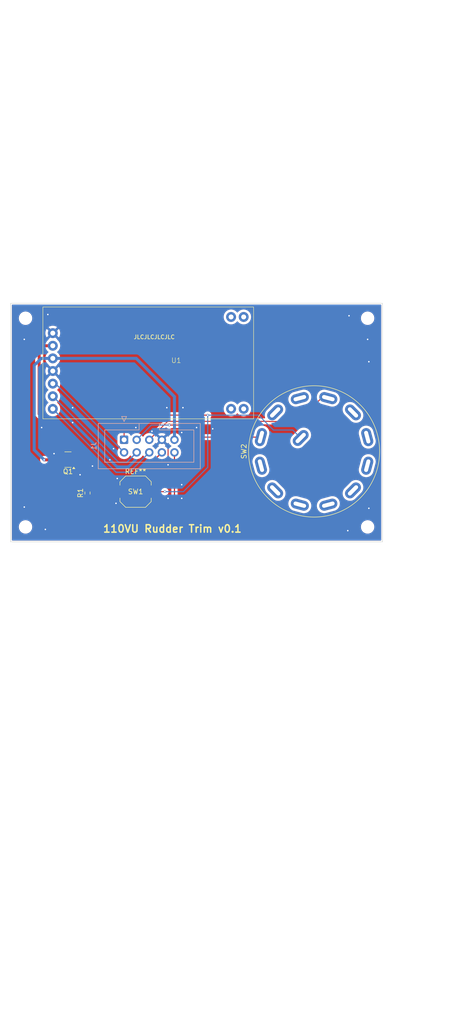
<source format=kicad_pcb>
(kicad_pcb
	(version 20240108)
	(generator "pcbnew")
	(generator_version "8.0")
	(general
		(thickness 1.6)
		(legacy_teardrops no)
	)
	(paper "A4" portrait)
	(layers
		(0 "F.Cu" signal)
		(31 "B.Cu" signal)
		(34 "B.Paste" user)
		(35 "F.Paste" user)
		(36 "B.SilkS" user "B.Silkscreen")
		(37 "F.SilkS" user "F.Silkscreen")
		(38 "B.Mask" user)
		(39 "F.Mask" user)
		(42 "Eco1.User" user "User.Ref")
		(44 "Edge.Cuts" user)
		(45 "Margin" user)
		(46 "B.CrtYd" user "B.Courtyard")
		(47 "F.CrtYd" user "F.Courtyard")
		(48 "B.Fab" user)
		(49 "F.Fab" user)
	)
	(setup
		(stackup
			(layer "F.SilkS"
				(type "Top Silk Screen")
				(color "White")
			)
			(layer "F.Paste"
				(type "Top Solder Paste")
			)
			(layer "F.Mask"
				(type "Top Solder Mask")
				(color "Black")
				(thickness 0.01)
			)
			(layer "F.Cu"
				(type "copper")
				(thickness 0.035)
			)
			(layer "dielectric 1"
				(type "core")
				(thickness 1.51)
				(material "FR4")
				(epsilon_r 4.5)
				(loss_tangent 0.02)
			)
			(layer "B.Cu"
				(type "copper")
				(thickness 0.035)
			)
			(layer "B.Mask"
				(type "Bottom Solder Mask")
				(color "Black")
				(thickness 0.01)
			)
			(layer "B.Paste"
				(type "Bottom Solder Paste")
			)
			(layer "B.SilkS"
				(type "Bottom Silk Screen")
				(color "White")
			)
			(copper_finish "None")
			(dielectric_constraints yes)
		)
		(pad_to_mask_clearance 0)
		(allow_soldermask_bridges_in_footprints no)
		(pcbplotparams
			(layerselection 0x00010fc_ffffffff)
			(plot_on_all_layers_selection 0x0000000_00000000)
			(disableapertmacros no)
			(usegerberextensions no)
			(usegerberattributes yes)
			(usegerberadvancedattributes yes)
			(creategerberjobfile yes)
			(dashed_line_dash_ratio 12.000000)
			(dashed_line_gap_ratio 3.000000)
			(svgprecision 4)
			(plotframeref no)
			(viasonmask no)
			(mode 1)
			(useauxorigin no)
			(hpglpennumber 1)
			(hpglpenspeed 20)
			(hpglpendiameter 15.000000)
			(pdf_front_fp_property_popups yes)
			(pdf_back_fp_property_popups yes)
			(dxfpolygonmode yes)
			(dxfimperialunits yes)
			(dxfusepcbnewfont yes)
			(psnegative no)
			(psa4output no)
			(plotreference yes)
			(plotvalue yes)
			(plotfptext yes)
			(plotinvisibletext no)
			(sketchpadsonfab no)
			(subtractmaskfromsilk no)
			(outputformat 1)
			(mirror no)
			(drillshape 1)
			(scaleselection 1)
			(outputdirectory "")
		)
	)
	(net 0 "")
	(net 1 "+3V3")
	(net 2 "/Rudder Reset")
	(net 3 "/Trim Left")
	(net 4 "GND")
	(net 5 "/SPI_CS")
	(net 6 "/Trim Right")
	(net 7 "VBUS")
	(net 8 "/SPI_CLK")
	(net 9 "/SPI_DATA")
	(net 10 "/Display PWM")
	(net 11 "Net-(Q1-S)")
	(net 12 "unconnected-(SW2-Pad2)")
	(net 13 "unconnected-(SW2-Pad9)")
	(net 14 "unconnected-(SW2-Pad12)")
	(net 15 "unconnected-(SW2-Pad7)")
	(net 16 "unconnected-(SW2-Pad6)")
	(net 17 "unconnected-(SW2-Pad10)")
	(net 18 "unconnected-(SW2-Pad11)")
	(net 19 "unconnected-(SW2-Pad5)")
	(net 20 "unconnected-(SW2-Pad3)")
	(net 21 "unconnected-(SW2-Pad8)")
	(footprint "MountingHole:MountingHole_2.2mm_M2" (layer "F.Cu") (at 78 150))
	(footprint "Package_TO_SOT_SMD:SOT-23" (layer "F.Cu") (at 86.5625 136.45 180))
	(footprint "NiasStuff:C&K_Rotary_Switches" (layer "F.Cu") (at 136.2 134.8 90))
	(footprint "MountingHole:MountingHole_2.2mm_M2" (layer "F.Cu") (at 147 150))
	(footprint "Button_Switch_SMD:SW_Push_1TS009xxxx-xxxx-xxxx_6x6x5mm" (layer "F.Cu") (at 100.2 142.9))
	(footprint "Resistor_SMD:R_0603_1608Metric" (layer "F.Cu") (at 90.5 143.175 90))
	(footprint "MountingHole:MountingHole_2.2mm_M2" (layer "F.Cu") (at 78 108))
	(footprint "Kav_Simulations:Rudder_Trim" (layer "F.Cu") (at 81.5 128.24))
	(footprint "MountingHole:MountingHole_2.2mm_M2" (layer "F.Cu") (at 147 108))
	(footprint "Connector_IDC:IDC-Header_2x05_P2.54mm_Vertical" (layer "B.Cu") (at 97.88 132.46 -90))
	(gr_line
		(start 75 153)
		(end 75 105)
		(stroke
			(width 0.1)
			(type default)
		)
		(layer "Edge.Cuts")
		(uuid "1ef9f79b-2156-4242-81aa-3b5da0bf9cb8")
	)
	(gr_line
		(start 75 105)
		(end 150 105)
		(stroke
			(width 0.1)
			(type default)
		)
		(layer "Edge.Cuts")
		(uuid "4cbd6cee-cf46-42e2-b399-a483b75f63bd")
	)
	(gr_line
		(start 150 105)
		(end 150 153)
		(stroke
			(width 0.1)
			(type default)
		)
		(layer "Edge.Cuts")
		(uuid "667c2e00-654c-44ed-af14-b2ed9beeaa97")
	)
	(gr_line
		(start 150 153)
		(end 75 153)
		(stroke
			(width 0.1)
			(type default)
		)
		(layer "Edge.Cuts")
		(uuid "9b828d92-a3c1-437c-95cb-35de8574945c")
	)
	(gr_line
		(start 73 250)
		(end 73 44)
		(stroke
			(width 0.1)
			(type default)
		)
		(layer "F.Fab")
		(uuid "00f436f1-ba70-43f6-8a9c-3e3a830cdb47")
	)
	(gr_line
		(start 73 44)
		(end 165 44)
		(stroke
			(width 0.1)
			(type default)
		)
		(layer "F.Fab")
		(uuid "07832c9b-84c9-4dde-97cb-66f08ae2ba25")
	)
	(gr_line
		(start 165 250)
		(end 73 250)
		(stroke
			(width 0.1)
			(type default)
		)
		(layer "F.Fab")
		(uuid "6630ed24-6e78-4c40-845b-77ff025db817")
	)
	(gr_line
		(start 165 44)
		(end 165 250)
		(stroke
			(width 0.1)
			(type default)
		)
		(layer "F.Fab")
		(uuid "ef809a89-e430-4a6c-9b13-7503cb22f357")
	)
	(gr_text "JLCJLCJLCJLC"
		(at 99.75 112.25 0)
		(layer "F.SilkS")
		(uuid "1ffdee03-30f2-4c01-ae19-8a111dc4de0d")
		(effects
			(font
				(size 0.8 0.8)
				(thickness 0.15)
			)
			(justify left bottom)
		)
	)
	(gr_text "110VU Rudder Trim v0.1"
		(at 93.5 151.25 0)
		(layer "F.SilkS")
		(uuid "2633c29e-bd08-4e8e-b5d4-f511e9ce61ad")
		(effects
			(font
				(size 1.5 1.5)
				(thickness 0.3)
				(bold yes)
			)
			(justify left bottom)
		)
	)
	(segment
		(start 97.88 131.12)
		(end 101.25 127.75)
		(width 0.2)
		(layer "F.Cu")
		(net 1)
		(uuid "044cc73e-70a8-438d-b842-62fd60d7913f")
	)
	(segment
		(start 101.25 127.75)
		(end 101.5 127.5)
		(width 0.2)
		(layer "F.Cu")
		(net 1)
		(uuid "459b4216-66ea-4c6c-be05-2d8ed7abf8b3")
	)
	(segment
		(start 106.1 142.9)
		(end 103.2 142.9)
		(width 0.2)
		(layer "F.Cu")
		(net 1)
		(uuid "58d22065-4ddf-41e0-be85-06c29dd6d9a5")
	)
	(segment
		(start 97.88 132.46)
		(end 97.88 131.12)
		(width 0.2)
		(layer "F.Cu")
		(net 1)
		(uuid "70828d70-1776-484f-8c24-b13dd3bbdb1b")
	)
	(segment
		(start 101.5 127.5)
		(end 114.75 127.5)
		(width 0.2)
		(layer "F.Cu")
		(net 1)
		(uuid "d55a0b83-b7ba-492e-bdeb-f3cf74ad19bd")
	)
	(via
		(at 106.1 142.9)
		(size 0.5)
		(drill 0.3)
		(layers "F.Cu" "B.Cu")
		(net 1)
		(uuid "04c1f368-d74a-4512-a1d4-8594515679cc")
	)
	(via
		(at 114.75 127.5)
		(size 0.5)
		(drill 0.3)
		(layers "F.Cu" "B.Cu")
		(net 1)
		(uuid "74f044a1-9d99-4c61-a5d7-60cb39d821be")
	)
	(segment
		(start 131.9 130.5)
		(end 133.5 132.1)
		(width 0.2)
		(layer "B.Cu")
		(net 1)
		(uuid "4326e36a-446e-4650-936c-cbb1023581fa")
	)
	(segment
		(start 114.75 138)
		(end 114.75 127.5)
		(width 0.2)
		(layer "B.Cu")
		(net 1)
		(uuid "4743e2d1-c878-4871-ba80-9491d2464d6b")
	)
	(segment
		(start 109.85 142.9)
		(end 114.75 138)
		(width 0.2)
		(layer "B.Cu")
		(net 1)
		(uuid "4c7815c5-bbb6-41ec-8d3f-57d7cb5a4a4e")
	)
	(segment
		(start 125 127.5)
		(end 128 130.5)
		(width 0.2)
		(layer "B.Cu")
		(net 1)
		(uuid "6cbd23a0-a82a-4290-8c2a-3f61a48c2453")
	)
	(segment
		(start 106.1 142.9)
		(end 109.85 142.9)
		(width 0.2)
		(layer "B.Cu")
		(net 1)
		(uuid "8bf021f2-12f7-4163-bac2-2bd178bb13ca")
	)
	(segment
		(start 114.75 127.5)
		(end 125 127.5)
		(width 0.2)
		(layer "B.Cu")
		(net 1)
		(uuid "91066503-65b8-4233-a791-a7cffdf875a7")
	)
	(segment
		(start 128 130.5)
		(end 131.9 130.5)
		(width 0.2)
		(layer "B.Cu")
		(net 1)
		(uuid "c34c492e-e31c-4fad-9197-b44d5e79bffb")
	)
	(segment
		(start 105.5 135)
		(end 97.6 142.9)
		(width 0.25)
		(layer "F.Cu")
		(net 2)
		(uuid "6cdbb603-4d06-4ed0-98db-012b5328aa5b")
	)
	(segment
		(start 97.6 142.9)
		(end 97.2 142.9)
		(width 0.25)
		(layer "F.Cu")
		(net 2)
		(uuid "c40b2332-82af-4acf-9971-6ff63acc58a6")
	)
	(segment
		(start 107 129.5)
		(end 110.25 129.5)
		(width 0.2)
		(layer "F.Cu")
		(net 3)
		(uuid "342c0b09-9eaa-42ee-a2bd-93b6f7a0a910")
	)
	(segment
		(start 112.677109 131.927109)
		(end 125.478224 131.927109)
		(width 0.2)
		(layer "F.Cu")
		(net 3)
		(uuid "b7bddc86-0a4a-4881-a2ea-902e7ed16b38")
	)
	(segment
		(start 110.25 129.5)
		(end 112.677109 131.927109)
		(width 0.2)
		(layer "F.Cu")
		(net 3)
		(uuid "f4f9aeb2-6b26-4972-862a-775a4aa230d5")
	)
	(via
		(at 107 129.5)
		(size 0.5)
		(drill 0.3)
		(layers "F.Cu" "B.Cu")
		(net 3)
		(uuid "8d6cb0df-b718-4793-ad8b-af0cde4e42af")
	)
	(segment
		(start 103.38 129.5)
		(end 100.42 132.46)
		(width 0.2)
		(layer "B.Cu")
		(net 3)
		(uuid "78405b0d-94f5-4146-8b76-f63d745e3327")
	)
	(segment
		(start 107 129.5)
		(end 103.38 129.5)
		(width 0.2)
		(layer "B.Cu")
		(net 3)
		(uuid "94dd54be-87a2-49a0-bf00-cf483ee340e8")
	)
	(segment
		(start 106.75 133.71)
		(end 106.75 137.5)
		(width 0.2)
		(layer "F.Cu")
		(net 4)
		(uuid "9e9c2029-f242-4895-bf65-1be777355518")
	)
	(segment
		(start 105.5 132.46)
		(end 106.75 133.71)
		(width 0.2)
		(layer "F.Cu")
		(net 4)
		(uuid "c5836df1-f8f2-4ce7-900f-a75a3c76cacb")
	)
	(via
		(at 96.5 140.25)
		(size 0.5)
		(drill 0.3)
		(layers "F.Cu" "B.Cu")
		(free yes)
		(net 4)
		(uuid "0891dac1-967c-4c60-ab58-2838858558ad")
	)
	(via
		(at 77.75 112.25)
		(size 0.5)
		(drill 0.3)
		(layers "F.Cu" "B.Cu")
		(free yes)
		(net 4)
		(uuid "0c2a51e9-b7df-43e5-b76e-36a987b83e1e")
	)
	(via
		(at 109.5 131)
		(size 0.5)
		(drill 0.3)
		(layers "F.Cu" "B.Cu")
		(free yes)
		(net 4)
		(uuid "0cbf25ca-be14-4f97-bd35-8db00e8e3c6a")
	)
	(via
		(at 109.5 141.5)
		(size 0.5)
		(drill 0.3)
		(layers "F.Cu" "B.Cu")
		(free yes)
		(net 4)
		(uuid "11580947-1641-4a37-b7cc-13db71fc0299")
	)
	(via
		(at 95.75 134.25)
		(size 0.5)
		(drill 0.3)
		(layers "F.Cu" "B.Cu")
		(free yes)
		(net 4)
		(uuid "187a14e8-a66c-4fea-a59e-b55cab9efeb3")
	)
	(via
		(at 106.75 137.5)
		(size 0.5)
		(drill 0.3)
		(layers "F.Cu" "B.Cu")
		(net 4)
		(uuid "24dd56b4-21e5-4f1d-a4c3-0f22b28422f8")
	)
	(via
		(at 77.75 146)
		(size 0.5)
		(drill 0.3)
		(layers "F.Cu" "B.Cu")
		(free yes)
		(net 4)
		(uuid "2aa9dd81-24a8-411c-a894-45a6ef832e7a")
	)
	(via
		(at 109.75 126)
		(size 0.5)
		(drill 0.3)
		(layers "F.Cu" "B.Cu")
		(free yes)
		(net 4)
		(uuid "31316768-f479-475d-889a-549abb997116")
	)
	(via
		(at 91.5 137.75)
		(size 0.5)
		(drill 0.3)
		(layers "F.Cu" "B.Cu")
		(free yes)
		(net 4)
		(uuid "3ef85413-6113-421d-a1d0-90f788c06485")
	)
	(via
		(at 143.25 107.5)
		(size 0.5)
		(drill 0.3)
		(layers "F.Cu" "B.Cu")
		(free yes)
		(net 4)
		(uuid "429d2ee3-92e4-4327-9c58-8b17b2729167")
	)
	(via
		(at 100.25 130)
		(size 0.5)
		(drill 0.3)
		(layers "F.Cu" "B.Cu")
		(free yes)
		(net 4)
		(uuid "499cea3c-d36c-45ae-beeb-7ce8e67cb832")
	)
	(via
		(at 147.25 116.75)
		(size 0.5)
		(drill 0.3)
		(layers "F.Cu" "B.Cu")
		(free yes)
		(net 4)
		(uuid "54b4623a-c840-4ea3-8daa-fbefa2d5fca1")
	)
	(via
		(at 87.5 126)
		(size 0.5)
		(drill 0.3)
		(layers "F.Cu" "B.Cu")
		(free yes)
		(net 4)
		(uuid "5d817cc7-8209-468d-b47b-d4ed88a8e3b7")
	)
	(via
		(at 82 150.5)
		(size 0.5)
		(drill 0.3)
		(layers "F.Cu" "B.Cu")
		(free yes)
		(net 4)
		(uuid "6a3f8e41-c1ce-4b1f-93c0-b545918bfbec")
	)
	(via
		(at 143 150.75)
		(size 0.5)
		(drill 0.3)
		(layers "F.Cu" "B.Cu")
		(free yes)
		(net 4)
		(uuid "7fdcc7ef-aaac-49f0-a207-9e0f64916897")
	)
	(via
		(at 83.75 135.25)
		(size 0.5)
		(drill 0.3)
		(layers "F.Cu" "B.Cu")
		(free yes)
		(net 4)
		(uuid "955a08f8-2528-4cc8-94a3-a483621638b7")
	)
	(via
		(at 96.25 145.25)
		(size 0.5)
		(drill 0.3)
		(layers "F.Cu" "B.Cu")
		(free yes)
		(net 4)
		(uuid "96329a03-e04f-40e8-bbca-86237c24b710")
	)
	(via
		(at 106.5 126)
		(size 0.5)
		(drill 0.3)
		(layers "F.Cu" "B.Cu")
		(free yes)
		(net 4)
		(uuid "9c19a06f-bb21-48ea-9d78-d8bd23f0c22c")
	)
	(via
		(at 81.25 130)
		(size 0.5)
		(drill 0.3)
		(layers "F.Cu" "B.Cu")
		(free yes)
		(net 4)
		(uuid "a42d75a7-07e8-44bf-9cca-813d2a8e2ad0")
	)
	(via
		(at 87.5 129)
		(size 0.5)
		(drill 0.3)
		(layers "F.Cu" "B.Cu")
		(free yes)
		(net 4)
		(uuid "a5902dd7-0f3b-463d-aa39-70ff3e71f592")
	)
	(via
		(at 103.5 130.75)
		(size 0.5)
		(drill 0.3)
		(layers "F.Cu" "B.Cu")
		(free yes)
		(net 4)
		(uuid "a7200280-aee5-4af8-9aae-3cf267f47374")
	)
	(via
		(at 109.5 144.25)
		(size 0.5)
		(drill 0.3)
		(layers "F.Cu" "B.Cu")
		(free yes)
		(net 4)
		(uuid "b760f707-798a-4e90-a995-b89f1bef62de")
	)
	(via
		(at 89 139.5)
		(size 0.5)
		(drill 0.3)
		(layers "F.Cu" "B.Cu")
		(free yes)
		(net 4)
		(uuid "cc5b9253-e976-4873-a760-29148a81660a")
	)
	(via
		(at 106.75 144.25)
		(size 0.5)
		(drill 0.3)
		(layers "F.Cu" "B.Cu")
		(free yes)
		(net 4)
		(uuid "d3f2021a-c835-49e0-8a0e-a3b6b5074e8d")
	)
	(via
		(at 115.75 130.25)
		(size 0.5)
		(drill 0.3)
		(layers "F.Cu" "B.Cu")
		(free yes)
		(net 4)
		(uuid "dea1b261-7e27-4243-a009-d9768f7cf401")
	)
	(via
		(at 82.5 107.25)
		(size 0.5)
		(drill 0.3)
		(layers "F.Cu" "B.Cu")
		(free yes)
		(net 4)
		(uuid "e0e08d1c-d10a-4677-956a-6a6cc0bab1d3")
	)
	(via
		(at 95 136.5)
		(size 0.5)
		(drill 0.3)
		(layers "F.Cu" "B.Cu")
		(free yes)
		(net 4)
		(uuid "e33c9c8c-1f99-4758-bc70-2df2d537f180")
	)
	(via
		(at 147.25 146.25)
		(size 0.5)
		(drill 0.3)
		(layers "F.Cu" "B.Cu")
		(free yes)
		(net 4)
		(uuid "e97bf121-1736-4725-8039-04208f3847b3")
	)
	(via
		(at 147 112.25)
		(size 0.5)
		(drill 0.3)
		(layers "F.Cu" "B.Cu")
		(free yes)
		(net 4)
		(uuid "e9ebd796-f194-41e7-bffb-0db4acb418c3")
	)
	(via
		(at 112.5 130)
		(size 0.5)
		(drill 0.3)
		(layers "F.Cu" "B.Cu")
		(free yes)
		(net 4)
		(uuid "fba49ec1-e541-4b69-9289-ad8e2cabaad2")
	)
	(segment
		(start 98.96 139)
		(end 96.26 139)
		(width 0.25)
		(layer "B.Cu")
		(net 5)
		(uuid "0ba949f6-be40-483d-9d96-a4da7f925462")
	)
	(segment
		(start 96.26 139)
		(end 83.5 126.24)
		(width 0.25)
		(layer "B.Cu")
		(net 5)
		(uuid "55b2f5ac-d0d4-4353-8883-a989febe6163")
	)
	(segment
		(start 102.96 135)
		(end 98.96 139)
		(width 0.25)
		(layer "B.Cu")
		(net 5)
		(uuid "eac6c97a-c80f-4740-957b-7c9615cfe126")
	)
	(segment
		(start 132.970844 128.779156)
		(end 127.241834 128.779156)
		(width 0.2)
		(layer "F.Cu")
		(net 6)
		(uuid "1cc45de1-9c45-433a-b67a-8ce048da438d")
	)
	(segment
		(start 139.072891 124.078224)
		(end 137.671776 124.078224)
		(width 0.2)
		(layer "F.Cu")
		(net 6)
		(uuid "450aa06c-29b8-4ae0-9630-8e816a92c227")
	)
	(segment
		(start 106.67 128.75)
		(end 102.96 132.46)
		(width 0.2)
		(layer "F.Cu")
		(net 6)
		(uuid "62fb90ac-233d-408d-8f25-b35786e9e18f")
	)
	(segment
		(start 127.241834 128.779156)
		(end 127.212678 128.75)
		(width 0.2)
		(layer "F.Cu")
		(net 6)
		(uuid "6eb9fe7a-36bc-4a36-ac04-44e23b611965")
	)
	(segment
		(start 137.671776 124.078224)
		(end 132.970844 128.779156)
		(width 0.2)
		(layer "F.Cu")
		(net 6)
		(uuid "cb29445f-df95-4b19-98a7-bdaf87490429")
	)
	(segment
		(start 127.212678 128.75)
		(end 106.67 128.75)
		(width 0.2)
		(layer "F.Cu")
		(net 6)
		(uuid "eb57b387-656c-43e9-9bc0-289012e60d64")
	)
	(segment
		(start 85.575 136.5)
		(end 85.625 136.45)
		(width 0.6)
		(layer "F.Cu")
		(net 7)
		(uuid "2e40200a-bb75-4ca3-8990-12a7531ff3bd")
	)
	(segment
		(start 81.75 136.5)
		(end 85.575 136.5)
		(width 0.6)
		(layer "F.Cu")
		(net 7)
		(uuid "7d1309a0-d051-4e83-b71b-710258bb6c00")
	)
	(via
		(at 81.75 136.5)
		(size 0.5)
		(drill 0.3)
		(layers "F.Cu" "B.Cu")
		(net 7)
		(uuid "bd4c900e-6d97-4fc3-ae8d-14a2693e5b4d")
	)
	(segment
		(start 81.75 136.5)
		(end 79.75 134.5)
		(width 0.6)
		(layer "B.Cu")
		(net 7)
		(uuid "41ed8cb4-1ea7-499c-bc0b-2be2699efc36")
	)
	(segment
		(start 79.75 117.5)
		(end 81.17 116.08)
		(width 0.6)
		(layer "B.Cu")
		(net 7)
		(uuid "462bcd41-4298-46b1-b452-4c0be1b18d25")
	)
	(segment
		(start 81.17 116.08)
		(end 83.5 116.08)
		(width 0.6)
		(layer "B.Cu")
		(net 7)
		(uuid "5e9ecd87-0d8d-4b6d-b71c-9cf8b82b3401")
	)
	(segment
		(start 108.04 132.46)
		(end 108.04 123.79)
		(width 0.6)
		(layer "B.Cu")
		(net 7)
		(uuid "7ab8246f-97ba-453c-8bd6-9d5e1812266f")
	)
	(segment
		(start 100.33 116.08)
		(end 83.5 116.08)
		(width 0.6)
		(layer "B.Cu")
		(net 7)
		(uuid "b53e71d8-d864-4648-8a41-7a331ba32267")
	)
	(segment
		(start 108.04 123.79)
		(end 100.33 116.08)
		(width 0.6)
		(layer "B.Cu")
		(net 7)
		(uuid "c343774f-b63a-408f-b198-0b59db1a30d9")
	)
	(segment
		(start 79.75 134.5)
		(end 79.75 117.5)
		(width 0.6)
		(layer "B.Cu")
		(net 7)
		(uuid "e9dd9a25-2d2a-444f-af5b-795eedf46a03")
	)
	(segment
		(start 100.42 135)
		(end 98.42 137)
		(width 0.25)
		(layer "B.Cu")
		(net 8)
		(uuid "365d0c52-744f-40d0-9ceb-40d9a4581437")
	)
	(segment
		(start 96.8 137)
		(end 83.5 123.7)
		(width 0.25)
		(layer "B.Cu")
		(net 8)
		(uuid "685566f2-a642-47bf-b837-1c438b64b86f")
	)
	(segment
		(start 98.42 137)
		(end 96.8 137)
		(width 0.25)
		(layer "B.Cu")
		(net 8)
		(uuid "983d9a90-ef56-43c6-8ebb-c5aebc75209e")
	)
	(segment
		(start 84.04 121.16)
		(end 83.5 121.16)
		(width 0.25)
		(layer "B.Cu")
		(net 9)
		(uuid "e825b21c-5da0-4acf-aee7-42553e42edad")
	)
	(segment
		(start 97.88 135)
		(end 84.04 121.16)
		(width 0.25)
		(layer "B.Cu")
		(net 9)
		(uuid "e998ebdd-2692-49ce-915e-cbd8fb85b7c2")
	)
	(segment
		(start 108.04 135)
		(end 108.04 144.96)
		(width 0.25)
		(layer "F.Cu")
		(net 10)
		(uuid "079ec6ae-6852-484b-b916-4e546ffa5aed")
	)
	(segment
		(start 90.5 142.35)
		(end 90.5 138.5)
		(width 0.25)
		(layer "F.Cu")
		(net 10)
		(uuid "12ad4a5b-a943-48fc-8d4e-87676b347c8f")
	)
	(segment
		(start 90.5 138.5)
		(end 89.4 137.4)
		(width 0.25)
		(layer "F.Cu")
		(net 10)
		(uuid "31b56fba-743f-47ea-bf63-e8b287da44c7")
	)
	(segment
		(start 96 147)
		(end 91.35 142.35)
		(width 0.25)
		(layer "F.Cu")
		(net 10)
		(uuid "9a20f1aa-67c2-491b-b473-41b5ad190e9b")
	)
	(segment
		(start 106 147)
		(end 96 147)
		(width 0.25)
		(layer "F.Cu")
		(net 10)
		(uuid "a978375e-3dfd-4dfe-80a4-db1db18b711d")
	)
	(segment
		(start 89.4 137.4)
		(end 87.5 137.4)
		(width 0.25)
		(layer "F.Cu")
		(net 10)
		(uuid "bcbfe2d3-86bd-48c5-9563-6d18558e9903")
	)
	(segment
		(start 108.04 144.96)
		(end 106 147)
		(width 0.25)
		(layer "F.Cu")
		(net 10)
		(uuid "ce53342e-5d88-4a8d-825b-e71c60d8c460")
	)
	(segment
		(start 91.35 142.35)
		(end 90.5 142.35)
		(width 0.25)
		(layer "F.Cu")
		(net 10)
		(uuid "eaf88c4e-143d-4fb6-b98b-4a0858b60d20")
	)
	(segment
		(start 87.5 135.5)
		(end 87.5 134)
		(width 0.6)
		(layer "F.Cu")
		(net 11)
		(uuid "0ca8bf74-5bac-473c-a9d2-3295bdca6dec")
	)
	(segment
		(start 81.71 113.54)
		(end 83.5 113.54)
		(width 0.6)
		(layer "F.Cu")
		(net 11)
		(uuid "0d46dbdc-4fc2-457f-ba7f-76d6cd25804a")
	)
	(segment
		(start 87.5 134)
		(end 80.75 127.25)
		(width 0.6)
		(layer "F.Cu")
		(net 11)
		(uuid "5ed1f643-480f-405d-b473-b89c3efffdc2")
	)
	(segment
		(start 80.75 127.25)
		(end 80.75 114.5)
		(width 0.6)
		(layer "F.Cu")
		(net 11)
		(uuid "be13411e-a1bd-4a59-9db8-b14a99058231")
	)
	(segment
		(start 80.75 114.5)
		(end 81.71 113.54)
		(width 0.6)
		(layer "F.Cu")
		(net 11)
		(uuid "ff772747-0bdf-490d-beee-4bb984de9e5a")
	)
	(zone
		(net 4)
		(net_name "GND")
		(layers "F&B.Cu")
		(uuid "88fa0b4e-2778-4510-ac2c-b35d6d13b011")
		(hatch edge 0.5)
		(connect_pads
			(clearance 0.5)
		)
		(min_thickness 0.25)
		(filled_areas_thickness no)
		(fill yes
			(thermal_gap 0.5)
			(thermal_bridge_width 0.5)
		)
		(polygon
			(pts
				(xy 150 153) (xy 75 153) (xy 75 105) (xy 150 105)
			)
		)
		(filled_polygon
			(layer "F.Cu")
			(pts
				(xy 105.034075 132.652993) (xy 105.099901 132.767007) (xy 105.192993 132.860099) (xy 105.307007 132.925925)
				(xy 105.37059 132.942962) (xy 104.738625 133.574925) (xy 104.814594 133.628119) (xy 104.858219 133.682696)
				(xy 104.865413 133.752194) (xy 104.83389 133.814549) (xy 104.814595 133.831269) (xy 104.628594 133.961508)
				(xy 104.461505 134.128597) (xy 104.331575 134.314158) (xy 104.276998 134.357783) (xy 104.2075 134.364977)
				(xy 104.145145 134.333454) (xy 104.128425 134.314158) (xy 103.998494 134.128597) (xy 103.831402 133.961506)
				(xy 103.831396 133.961501) (xy 103.645842 133.831575) (xy 103.602217 133.776998) (xy 103.595023 133.7075)
				(xy 103.626546 133.645145) (xy 103.645842 133.628425) (xy 103.788325 133.528657) (xy 103.831401 133.498495)
				(xy 103.998495 133.331401) (xy 104.128732 133.145403) (xy 104.183307 133.10178) (xy 104.252805 133.094586)
				(xy 104.31516 133.126109) (xy 104.33188 133.145405) (xy 104.385073 133.221373) (xy 105.017037 132.589408)
			)
		)
		(filled_polygon
			(layer "F.Cu")
			(pts
				(xy 106.614925 133.221373) (xy 106.668119 133.145405) (xy 106.722696 133.101781) (xy 106.792195 133.094588)
				(xy 106.854549 133.12611) (xy 106.871269 133.145405) (xy 107.001505 133.331401) (xy 107.001506 133.331402)
				(xy 107.168597 133.498493) (xy 107.168603 133.498498) (xy 107.354158 133.628425) (xy 107.397783 133.683002)
				(xy 107.404977 133.7525) (xy 107.373454 133.814855) (xy 107.354158 133.831575) (xy 107.168597 133.961505)
				(xy 107.001505 134.128597) (xy 106.871575 134.314158) (xy 106.816998 134.357783) (xy 106.7475 134.364977)
				(xy 106.685145 134.333454) (xy 106.668425 134.314158) (xy 106.538494 134.128597) (xy 106.371402 133.961506)
				(xy 106.371401 133.961505) (xy 106.185405 133.831269) (xy 106.141781 133.776692) (xy 106.134588 133.707193)
				(xy 106.16611 133.644839) (xy 106.185405 133.628119) (xy 106.261373 133.574925) (xy 105.629409 132.942962)
				(xy 105.692993 132.925925) (xy 105.807007 132.860099) (xy 105.900099 132.767007) (xy 105.965925 132.652993)
				(xy 105.982962 132.58941)
			)
		)
		(filled_polygon
			(layer "F.Cu")
			(pts
				(xy 106.237941 128.120185) (xy 106.283696 128.172989) (xy 106.29364 128.242147) (xy 106.264615 128.305703)
				(xy 106.258583 128.312181) (xy 106.189478 128.381286) (xy 103.44353 131.127233) (xy 103.382207 131.160718)
				(xy 103.323756 131.159327) (xy 103.195413 131.124938) (xy 103.195403 131.124936) (xy 102.960001 131.104341)
				(xy 102.959999 131.104341) (xy 102.724596 131.124936) (xy 102.724586 131.124938) (xy 102.496344 131.186094)
				(xy 102.496335 131.186098) (xy 102.282171 131.285964) (xy 102.282169 131.285965) (xy 102.088597 131.421505)
				(xy 101.921505 131.588597) (xy 101.791575 131.774158) (xy 101.736998 131.817783) (xy 101.6675 131.824977)
				(xy 101.605145 131.793454) (xy 101.588425 131.774158) (xy 101.458494 131.588597) (xy 101.291402 131.421506)
				(xy 101.291395 131.421501) (xy 101.097834 131.285967) (xy 101.09783 131.285965) (xy 101.057777 131.267288)
				(xy 100.883663 131.186097) (xy 100.883659 131.186096) (xy 100.883655 131.186094) (xy 100.655413 131.124938)
				(xy 100.655403 131.124936) (xy 100.420001 131.104341) (xy 100.419999 131.104341) (xy 100.184596 131.124936)
				(xy 100.184586 131.124938) (xy 99.956344 131.186094) (xy 99.956335 131.186098) (xy 99.742171 131.285964)
				(xy 99.742169 131.285965) (xy 99.548597 131.421505) (xy 99.381503 131.588599) (xy 99.380349 131.589975)
				(xy 99.379688 131.590414) (xy 99.377676 131.592427) (xy 99.377271 131.592022) (xy 99.322173 131.628671)
				(xy 99.252312 131.629772) (xy 99.192946 131.592928) (xy 99.167663 131.549265) (xy 99.164814 131.540666)
				(xy 99.072712 131.391344) (xy 98.948656 131.267288) (xy 98.855318 131.209717) (xy 98.808595 131.15777)
				(xy 98.797372 131.088807) (xy 98.825216 131.024725) (xy 98.832723 131.01651) (xy 101.712417 128.136819)
				(xy 101.77374 128.103334) (xy 101.800098 128.1005) (xy 106.170902 128.1005)
			)
		)
		(filled_polygon
			(layer "F.Cu")
			(pts
				(xy 149.688539 105.274185) (xy 149.734294 105.326989) (xy 149.7455 105.3785) (xy 149.7455 152.6215)
				(xy 149.725815 152.688539) (xy 149.673011 152.734294) (xy 149.6215 152.7455) (xy 75.3785 152.7455)
				(xy 75.311461 152.725815) (xy 75.265706 152.673011) (xy 75.2545 152.6215) (xy 75.2545 149.893399)
				(xy 76.6455 149.893399) (xy 76.6455 150.1066) (xy 76.678853 150.31718) (xy 76.678853 150.317183)
				(xy 76.744734 150.519944) (xy 76.744736 150.519947) (xy 76.841528 150.709913) (xy 76.966846 150.882397)
				(xy 77.117603 151.033154) (xy 77.290087 151.158472) (xy 77.480053 151.255264) (xy 77.480055 151.255265)
				(xy 77.669182 151.316715) (xy 77.682821 151.321147) (xy 77.893399 151.3545) (xy 77.8934 151.3545)
				(xy 78.1066 151.3545) (xy 78.106601 151.3545) (xy 78.317179 151.321147) (xy 78.317182 151.321146)
				(xy 78.317183 151.321146) (xy 78.519944 151.255265) (xy 78.519944 151.255264) (xy 78.519947 151.255264)
				(xy 78.709913 151.158472) (xy 78.882397 151.033154) (xy 79.033154 150.882397) (xy 79.158472 150.709913)
				(xy 79.255264 150.519947) (xy 79.321147 150.317179) (xy 79.3545 150.106601) (xy 79.3545 149.893399)
				(xy 145.6455 149.893399) (xy 145.6455 150.1066) (xy 145.678853 150.31718) (xy 145.678853 150.317183)
				(xy 145.744734 150.519944) (xy 145.744736 150.519947) (xy 145.841528 150.709913) (xy 145.966846 150.882397)
				(xy 146.117603 151.033154) (xy 146.290087 151.158472) (xy 146.480053 151.255264) (xy 146.480055 151.255265)
				(xy 146.669182 151.316715) (xy 146.682821 151.321147) (xy 146.893399 151.3545) (xy 146.8934 151.3545)
				(xy 147.1066 151.3545) (xy 147.106601 151.3545) (xy 147.317179 151.321147) (xy 147.317182 151.321146)
				(xy 147.317183 151.321146) (xy 147.519944 151.255265) (xy 147.519944 151.255264) (xy 147.519947 151.255264)
				(xy 147.709913 151.158472) (xy 147.882397 151.033154) (xy 148.033154 150.882397) (xy 148.158472 150.709913)
				(xy 148.255264 150.519947) (xy 148.321147 150.317179) (xy 148.3545 150.106601) (xy 148.3545 149.893399)
				(xy 148.321147 149.682821) (xy 148.321146 149.682817) (xy 148.321146 149.682816) (xy 148.255265 149.480055)
				(xy 148.255263 149.480052) (xy 148.158471 149.290086) (xy 148.033154 149.117603) (xy 147.882397 148.966846)
				(xy 147.709913 148.841528) (xy 147.519947 148.744736) (xy 147.519944 148.744734) (xy 147.317181 148.678853)
				(xy 147.176793 148.656617) (xy 147.106601 148.6455) (xy 146.893399 148.6455) (xy 146.823206 148.656617)
				(xy 146.682819 148.678853) (xy 146.682816 148.678853) (xy 146.480055 148.744734) (xy 146.480052 148.744736)
				(xy 146.290086 148.841528) (xy 146.117601 148.966847) (xy 145.966847 149.117601) (xy 145.841528 149.290086)
				(xy 145.744736 149.480052) (xy 145.744734 149.480055) (xy 145.678853 149.682816) (xy 145.678853 149.682819)
				(xy 145.6455 149.893399) (xy 79.3545 149.893399) (xy 79.321147 149.682821) (xy 79.321146 149.682817)
				(xy 79.321146 149.682816) (xy 79.255265 149.480055) (xy 79.255263 149.480052) (xy 79.158471 149.290086)
				(xy 79.033154 149.117603) (xy 78.882397 148.966846) (xy 78.709913 148.841528) (xy 78.519947 148.744736)
				(xy 78.519944 148.744734) (xy 78.317181 148.678853) (xy 78.176793 148.656617) (xy 78.106601 148.6455)
				(xy 77.893399 148.6455) (xy 77.823206 148.656617) (xy 77.682819 148.678853) (xy 77.682816 148.678853)
				(xy 77.480055 148.744734) (xy 77.480052 148.744736) (xy 77.290086 148.841528) (xy 77.117601 148.966847)
				(xy 76.966847 149.117601) (xy 76.841528 149.290086) (xy 76.744736 149.480052) (xy 76.744734 149.480055)
				(xy 76.678853 149.682816) (xy 76.678853 149.682819) (xy 76.6455 149.893399) (xy 75.2545 149.893399)
				(xy 75.2545 144.256582) (xy 89.525001 144.256582) (xy 89.531408 144.327102) (xy 89.531409 144.327107)
				(xy 89.581981 144.489396) (xy 89.669927 144.634877) (xy 89.790122 144.755072) (xy 89.935604 144.843019)
				(xy 89.935603 144.843019) (xy 90.097894 144.89359) (xy 90.097892 144.89359) (xy 90.168418 144.899999)
				(xy 90.75 144.899999) (xy 90.831581 144.899999) (xy 90.902102 144.893591) (xy 90.902107 144.89359)
				(xy 91.064396 144.843018) (xy 91.209877 144.755072) (xy 91.330072 144.634877) (xy 91.418019 144.489395)
				(xy 91.46859 144.327106) (xy 91.475 144.256572) (xy 91.475 144.25) (xy 90.75 144.25) (xy 90.75 144.899999)
				(xy 90.168418 144.899999) (xy 90.249999 144.899998) (xy 90.25 144.899998) (xy 90.25 144.25) (xy 89.525001 144.25)
				(xy 89.525001 144.256582) (xy 75.2545 144.256582) (xy 75.2545 114.421153) (xy 79.9495 114.421153)
				(xy 79.9495 127.328846) (xy 79.980261 127.483489) (xy 79.980264 127.483501) (xy 80.040602 127.629172)
				(xy 80.040609 127.629185) (xy 80.12821 127.760288) (xy 80.128213 127.760292) (xy 86.663181 134.295259)
				(xy 86.696666 134.356582) (xy 86.6995 134.38294) (xy 86.6995 134.649496) (xy 86.679815 134.716535)
				(xy 86.638621 134.756228) (xy 86.510638 134.831916) (xy 86.510629 134.831923) (xy 86.394423 134.948129)
				(xy 86.394417 134.948137) (xy 86.310755 135.089603) (xy 86.310754 135.089606) (xy 86.264902 135.247426)
				(xy 86.264901 135.247432) (xy 86.262 135.284298) (xy 86.262 135.5255) (xy 86.242315 135.592539)
				(xy 86.189511 135.638294) (xy 86.138 135.6495) (xy 84.971798 135.6495) (xy 84.934932 135.652401)
				(xy 84.934926 135.652402) (xy 84.789767 135.694576) (xy 84.755172 135.6995) (xy 81.671155 135.6995)
				(xy 81.51651 135.730261) (xy 81.516498 135.730264) (xy 81.370827 135.790602) (xy 81.370814 135.790609)
				(xy 81.239711 135.87821) (xy 81.239707 135.878213) (xy 81.128213 135.989707) (xy 81.12821 135.989711)
				(xy 81.040609 136.120814) (xy 81.040602 136.120827) (xy 80.980264 136.266498) (xy 80.980261 136.26651)
				(xy 80.9495 136.421153) (xy 80.9495 136.578846) (xy 80.980261 136.733489) (xy 80.980264 136.733501)
				(xy 81.040602 136.879172) (xy 81.040609 136.879185) (xy 81.12821 137.010288) (xy 81.128213 137.010292)
				(xy 81.239707 137.121786) (xy 81.239711 137.121789) (xy 81.370814 137.20939) (xy 81.370827 137.209397)
				(xy 81.47006 137.2505) (xy 81.516503 137.269737) (xy 81.671153 137.300499) (xy 81.671156 137.3005)
				(xy 81.671158 137.3005) (xy 85.653844 137.3005) (xy 85.653845 137.300499) (xy 85.730152 137.28532)
				(xy 85.808488 137.269739) (xy 85.808489 137.269738) (xy 85.808497 137.269737) (xy 85.832155 137.259937)
				(xy 85.879604 137.2505) (xy 86.138 137.2505) (xy 86.205039 137.270185) (xy 86.250794 137.322989)
				(xy 86.262 137.3745) (xy 86.262 137.615701) (xy 86.264901 137.652567) (xy 86.264902 137.652573)
				(xy 86.310754 137.810393) (xy 86.310755 137.810396) (xy 86.394417 137.951862) (xy 86.394423 137.95187)
				(xy 86.510629 138.068076) (xy 86.510633 138.068079) (xy 86.510635 138.068081) (xy 86.652102 138.151744)
				(xy 86.693724 138.163836) (xy 86.809926 138.197597) (xy 86.809929 138.197597) (xy 86.809931 138.197598)
				(xy 86.846806 138.2005) (xy 86.846814 138.2005) (xy 88.153186 138.2005) (xy 88.153194 138.2005)
				(xy 88.190069 138.197598) (xy 88.190071 138.197597) (xy 88.190073 138.197597) (xy 88.231691 138.185505)
				(xy 88.347898 138.151744) (xy 88.489365 138.068081) (xy 88.48937 138.068076) (xy 88.495628 138.061819)
				(xy 88.556951 138.028334) (xy 88.583309 138.0255) (xy 89.089548 138.0255) (xy 89.156587 138.045185)
				(xy 89.177229 138.061819) (xy 89.838181 138.722771) (xy 89.871666 138.784094) (xy 89.8745 138.810452)
				(xy 89.8745 141.473397) (xy 89.854815 141.540436) (xy 89.814652 141.579513) (xy 89.789813 141.594529)
				(xy 89.789811 141.59453) (xy 89.66953 141.714811) (xy 89.581522 141.860393) (xy 89.530913 142.022807)
				(xy 89.5245 142.093386) (xy 89.5245 142.606613) (xy 89.530913 142.677192) (xy 89.581522 142.839606)
				(xy 89.66953 142.985188) (xy 89.772015 143.087673) (xy 89.8055 143.148996) (xy 89.800516 143.218688)
				(xy 89.772015 143.263035) (xy 89.669928 143.365121) (xy 89.669927 143.365122) (xy 89.58198 143.510604)
				(xy 89.531409 143.672893) (xy 89.525 143.743427) (xy 89.525 143.75) (xy 91.474999 143.75) (xy 91.474999 143.743417)
				(xy 91.467998 143.666361) (xy 91.469715 143.666204) (xy 91.475178 143.605127) (xy 91.518039 143.549948)
				(xy 91.583927 143.5267) (xy 91.651925 143.542765) (xy 91.678251 143.562841) (xy 95.511016 147.395606)
				(xy 95.511045 147.395637) (xy 95.601264 147.485856) (xy 95.601267 147.485858) (xy 95.65249 147.520084)
				(xy 95.703714 147.554312) (xy 95.784207 147.587652) (xy 95.817548 147.601463) (xy 95.877971 147.613481)
				(xy 95.938393 147.6255) (xy 106.061607 147.6255) (xy 106.122029 147.613481) (xy 106.182452 147.601463)
				(xy 106.182455 147.601461) (xy 106.182458 147.601461) (xy 106.215787 147.587654) (xy 106.215786 147.587654)
				(xy 106.215792 147.587652) (xy 106.296286 147.554312) (xy 106.347509 147.520084) (xy 106.347511 147.520083)
				(xy 106.360271 147.511556) (xy 106.398733 147.485858) (xy 106.485858 147.398733) (xy 106.485858 147.398731)
				(xy 106.496066 147.388524) (xy 106.496067 147.388521) (xy 108.525858 145.358733) (xy 108.590241 145.262378)
				(xy 131.001448 145.262378) (xy 131.001448 145.262385) (xy 131.013808 145.498235) (xy 131.013809 145.498244)
				(xy 131.023813 145.545307) (xy 131.062914 145.729263) (xy 131.095404 145.813903) (xy 131.147554 145.949759)
				(xy 131.147557 145.949764) (xy 131.265645 146.154298) (xy 131.26565 146.154305) (xy 131.414284 146.337852)
				(xy 131.589798 146.495885) (xy 131.589803 146.49589) (xy 131.787876 146.62452) (xy 131.787881 146.624523)
				(xy 132.003646 146.720587) (xy 133.873856 147.221708) (xy 134.108746 147.246396) (xy 134.344606 147.234035)
				(xy 134.575629 147.18493) (xy 134.796126 147.100289) (xy 135.000667 146.982197) (xy 135.184217 146.833561)
				(xy 135.342254 146.658043) (xy 135.470889 146.459963) (xy 135.566953 146.244198) (xy 135.628082 146.016062)
				(xy 135.65277 145.781172) (xy 136.74723 145.781172) (xy 136.771918 146.016062) (xy 136.833047 146.244198)
				(xy 136.889799 146.371666) (xy 136.929113 146.459967) (xy 137.057743 146.65804) (xy 137.057746 146.658043)
				(xy 137.215783 146.833561) (xy 137.399333 146.982197) (xy 137.603874 147.100289) (xy 137.824371 147.18493)
				(xy 138.055394 147.234035) (xy 138.291254 147.246396) (xy 138.526144 147.221708) (xy 140.396354 146.720587)
				(xy 140.612119 146.624523) (xy 140.810199 146.495888) (xy 140.985717 146.337851) (xy 141.134353 146.154301)
				(xy 141.252445 145.94976) (xy 141.337086 145.729263) (xy 141.386191 145.49824) (xy 141.398552 145.26238)
				(xy 141.373864 145.02749) (xy 141.312735 144.799354) (xy 141.216671 144.583589) (xy 141.216668 144.583584)
				(xy 141.088038 144.385511) (xy 141.088033 144.385506) (xy 141.03545 144.327107) (xy 140.929999 144.209991)
				(xy 140.746449 144.061355) (xy 140.746446 144.061353) (xy 140.541912 143.943265) (xy 140.541907 143.943262)
				(xy 140.406051 143.891112) (xy 140.321411 143.858622) (xy 140.275206 143.848801) (xy 140.090392 143.809517)
				(xy 140.090383 143.809516) (xy 139.854533 143.797156) (xy 139.854526 143.797156) (xy 139.78241 143.804735)
				(xy 139.619638 143.821844) (xy 139.619635 143.821844) (xy 139.619633 143.821845) (xy 137.74943 144.322964)
				(xy 137.533658 144.419031) (xy 137.335585 144.547661) (xy 137.33558 144.547666) (xy 137.160066 144.705699)
				(xy 137.011432 144.889246) (xy 137.011427 144.889253) (xy 136.893339 145.093787) (xy 136.893336 145.093792)
				(xy 136.808696 145.314289) (xy 136.759591 145.545307) (xy 136.75959 145.545316) (xy 136.74995 145.729263)
				(xy 136.74723 145.781172) (xy 135.65277 145.781172) (xy 135.640409 145.545312) (xy 135.591304 145.314289)
				(xy 135.506663 145.093792) (xy 135.388571 144.889251) (xy 135.239935 144.705701) (xy 135.064417 144.547664)
				(xy 135.064414 144.547661) (xy 134.866341 144.419031) (xy 134.866337 144.419029) (xy 134.650572 144.322965)
				(xy 134.65057 144.322964) (xy 132.780366 143.821845) (xy 132.780365 143.821844) (xy 132.780362 143.821844)
				(xy 132.545472 143.797156) (xy 132.545469 143.797156) (xy 132.309616 143.809516) (xy 132.309607 143.809517)
				(xy 132.078589 143.858622) (xy 131.858092 143.943262) (xy 131.858087 143.943265) (xy 131.653553 144.061353)
				(xy 131.653546 144.061358) (xy 131.469999 144.209992) (xy 131.311966 144.385506) (xy 131.311961 144.385511)
				(xy 131.183331 144.583584) (xy 131.087264 144.799356) (xy 131.027712 145.021608) (xy 131.026136 145.02749)
				(xy 131.014054 145.142444) (xy 131.001448 145.262378) (xy 108.590241 145.262378) (xy 108.594312 145.256285)
				(xy 108.641463 145.142451) (xy 108.665501 145.021606) (xy 108.665501 144.898393) (xy 108.665501 144.893283)
				(xy 108.6655 144.893257) (xy 108.6655 141.929746) (xy 126.249574 141.929746) (xy 126.249574 142.165941)
				(xy 126.28652 142.399212) (xy 126.359507 142.62384) (xy 126.416376 142.735451) (xy 126.466731 142.834278)
				(xy 126.576374 142.985188) (xy 126.605558 143.025355) (xy 126.605559 143.025356) (xy 127.974647 144.394445)
				(xy 127.974652 144.394449) (xy 127.982981 144.4005) (xy 128.165723 144.533269) (xy 128.264472 144.583584)
				(xy 128.376159 144.640492) (xy 128.376161 144.640492) (xy 128.376164 144.640494) (xy 128.496568 144.679615)
				(xy 128.600787 144.713479) (xy 128.834059 144.750426) (xy 128.834064 144.750426) (xy 129.070253 144.750426)
				(xy 129.199846 144.729899) (xy 129.303525 144.713479) (xy 129.528148 144.640494) (xy 129.73859 144.533269)
				(xy 129.929666 144.394444) (xy 130.096674 144.227436) (xy 130.235499 144.03636) (xy 130.342724 143.825918)
				(xy 130.415709 143.601295) (xy 130.4384 143.458028) (xy 130.452656 143.368023) (xy 130.452656 143.131828)
				(xy 141.947344 143.131828) (xy 141.947344 143.368023) (xy 141.98429 143.601294) (xy 142.057277 143.825922)
				(xy 142.164501 144.03636) (xy 142.303327 144.227436) (xy 142.470334 144.394443) (xy 142.66141 144.533269)
				(xy 142.760159 144.583584) (xy 142.871847 144.640492) (xy 142.871849 144.640492) (xy 142.871852 144.640494)
				(xy 142.992256 144.679615) (xy 143.096475 144.713479) (xy 143.329747 144.750426) (xy 143.329752 144.750426)
				(xy 143.565941 144.750426) (xy 143.799212 144.713479) (xy 143.837898 144.700909) (xy 144.023836 144.640494)
				(xy 144.234278 144.533269) (xy 144.425354 144.394443) (xy 145.794444 143.025354) (xy 145.933269 142.834277)
				(xy 146.040494 142.623836) (xy 146.113479 142.399212) (xy 146.122546 142.341963) (xy 146.150426 142.165941)
				(xy 146.150426 141.929746) (xy 146.119821 141.736518) (xy 146.113479 141.696475) (xy 146.040494 141.471852)
				(xy 145.933269 141.26141) (xy 145.794444 141.070334) (xy 145.627436 140.903326) (xy 145.43636 140.764501)
				(xy 145.225918 140.657276) (xy 145.001295 140.584291) (xy 145.001293 140.58429) (xy 145.001291 140.58429)
				(xy 144.768023 140.547344) (xy 144.768018 140.547344) (xy 144.531834 140.547344) (xy 144.531829 140.547344)
				(xy 144.298557 140.58429) (xy 144.073929 140.657277) (xy 143.863489 140.764503) (xy 143.672422 140.90332)
				(xy 143.672417 140.903324) (xy 142.303329 142.272413) (xy 142.303328 142.272414) (xy 142.164501 142.463491)
				(xy 142.057277 142.673929) (xy 141.98429 142.898557) (xy 141.947344 143.131828) (xy 130.452656 143.131828)
				(xy 130.415709 142.898557) (xy 130.361572 142.731943) (xy 130.342724 142.673934) (xy 130.342722 142.673931)
				(xy 130.342722 142.673929) (xy 130.29094 142.572302) (xy 130.235499 142.463493) (xy 130.123634 142.309523)
				(xy 130.096679 142.272422) (xy 130.096675 142.272417) (xy 128.727586 140.903329) (xy 128.727585 140.903328)
				(xy 128.727582 140.903326) (xy 128.536508 140.764501) (xy 128.32607 140.657277) (xy 128.101442 140.58429)
				(xy 127.868171 140.547344) (xy 127.868166 140.547344) (xy 127.631982 140.547344) (xy 127.631977 140.547344)
				(xy 127.398705 140.58429) (xy 127.174077 140.657277) (xy 126.963639 140.764501) (xy 126.772562 140.903328)
				(xy 126.605558 141.070332) (xy 126.466731 141.261409) (xy 126.359507 141.471847) (xy 126.28652 141.696475)
				(xy 126.249574 141.929746) (xy 108.6655 141.929746) (xy 108.6655 136.891248) (xy 123.753604 136.891248)
				(xy 123.753604 136.891254) (xy 123.778292 137.126144) (xy 123.778292 137.126147) (xy 123.778293 137.126148)
				(xy 124.134232 138.454533) (xy 124.279413 138.996354) (xy 124.344219 139.141912) (xy 124.375479 139.212123)
				(xy 124.504109 139.410196) (xy 124.504112 139.410199) (xy 124.662149 139.585717) (xy 124.845699 139.734353)
				(xy 125.05024 139.852445) (xy 125.270737 139.937086) (xy 125.50176 139.986191) (xy 125.73762 139.998552)
				(xy 125.97251 139.973864) (xy 126.200646 139.912735) (xy 126.416411 139.816671) (xy 126.614491 139.688036)
				(xy 126.790009 139.529999) (xy 126.938645 139.346449) (xy 127.056737 139.141908) (xy 127.141378 138.921411)
				(xy 127.190483 138.690388) (xy 127.202844 138.454528) (xy 127.202844 138.454526) (xy 145.197156 138.454526)
				(xy 145.197156 138.454533) (xy 145.209516 138.690383) (xy 145.209517 138.690392) (xy 145.258622 138.92141)
				(xy 145.343262 139.141907) (xy 145.343265 139.141912) (xy 145.461353 139.346446) (xy 145.461358 139.346453)
				(xy 145.609992 139.53) (xy 145.785506 139.688033) (xy 145.785511 139.688038) (xy 145.983584 139.816668)
				(xy 145.983589 139.816671) (xy 146.199354 139.912735) (xy 146.42749 139.973864) (xy 146.66238 139.998552)
				(xy 146.89824 139.986191) (xy 147.129263 139.937086) (xy 147.34976 139.852445) (xy 147.554301 139.734353)
				(xy 147.737851 139.585717) (xy 147.895888 139.410199) (xy 148.024523 139.212119) (xy 148.120587 138.996354)
				(xy 148.621708 137.126144) (xy 148.646396 136.891254) (xy 148.634035 136.655394) (xy 148.58493 136.424371)
				(xy 148.500289 136.203874) (xy 148.382197 135.999333) (xy 148.233561 135.815783) (xy 148.205602 135.790609)
				(xy 148.122392 135.715686) (xy 148.058043 135.657746) (xy 148.05804 135.657743) (xy 147.859967 135.529113)
				(xy 147.779617 135.493339) (xy 147.644198 135.433047) (xy 147.644196 135.433046) (xy 147.416066 135.371919)
				(xy 147.416065 135.371918) (xy 147.416062 135.371918) (xy 147.181172 135.34723) (xy 147.181169 135.34723)
				(xy 146.945316 135.35959) (xy 146.945307 135.359591) (xy 146.714289 135.408696) (xy 146.493792 135.493336)
				(xy 146.493787 135.493339) (xy 146.289253 135.611427) (xy 146.289246 135.611432) (xy 146.105699 135.760066)
				(xy 145.947666 135.93558) (xy 145.947661 135.935585) (xy 145.819031 136.133658) (xy 145.722964 136.34943)
				(xy 145.221845 138.219633) (xy 145.221844 138.219638) (xy 145.204735 138.38241) (xy 145.197156 138.454526)
				(xy 127.202844 138.454526) (xy 127.178156 138.219638) (xy 126.677035 136.349428) (xy 126.580971 136.133663)
				(xy 126.572635 136.120827) (xy 126.452338 135.935585) (xy 126.452333 135.93558) (xy 126.429657 135.910396)
				(xy 126.294299 135.760065) (xy 126.167942 135.657743) (xy 126.110753 135.611432) (xy 126.110746 135.611427)
				(xy 125.906212 135.493339) (xy 125.906207 135.493336) (xy 125.749145 135.433046) (xy 125.685711 135.408696)
				(xy 125.639506 135.398875) (xy 125.454692 135.359591) (xy 125.454683 135.35959) (xy 125.218833 135.34723)
				(xy 125.218826 135.34723) (xy 125.14671 135.354809) (xy 124.983938 135.371918) (xy 124.983935 135.371918)
				(xy 124.983933 135.371919) (xy 124.755804 135.433046) (xy 124.540032 135.529113) (xy 124.341959 135.657743)
				(xy 124.341954 135.657748) (xy 124.16644 135.815781) (xy 124.017806 135.999328) (xy 124.017801 135.999335)
				(xy 123.899713 136.203869) (xy 123.89971 136.203874) (xy 123.81507 136.424371) (xy 123.765965 136.655389)
				(xy 123.765964 136.655398) (xy 123.753604 136.891248) (xy 108.6655 136.891248) (xy 108.6655 136.275226)
				(xy 108.685185 136.208187) (xy 108.718374 136.173654) (xy 108.911401 136.038495) (xy 109.078495 135.871401)
				(xy 109.214035 135.67783) (xy 109.313903 135.463663) (xy 109.375063 135.235408) (xy 109.395659 135)
				(xy 109.375063 134.764592) (xy 109.313903 134.536337) (xy 109.214035 134.322171) (xy 109.208425 134.314158)
				(xy 109.078494 134.128597) (xy 108.911402 133.961506) (xy 108.911396 133.961501) (xy 108.725842 133.831575)
				(xy 108.682217 133.776998) (xy 108.675023 133.7075) (xy 108.706546 133.645145) (xy 108.725842 133.628425)
				(xy 108.868325 133.528657) (xy 108.911401 133.498495) (xy 109.078495 133.331401) (xy 109.214035 133.13783)
				(xy 109.313903 132.923663) (xy 109.375063 132.695408) (xy 109.395659 132.46) (xy 109.375063 132.224592)
				(xy 109.313903 131.996337) (xy 109.214035 131.782171) (xy 109.208731 131.774595) (xy 109.078494 131.588597)
				(xy 108.911402 131.421506) (xy 108.911395 131.421501) (xy 108.717834 131.285967) (xy 108.71783 131.285965)
				(xy 108.677777 131.267288) (xy 108.503663 131.186097) (xy 108.503659 131.186096) (xy 108.503655 131.186094)
				(xy 108.275413 131.124938) (xy 108.275403 131.124936) (xy 108.040001 131.104341) (xy 108.039999 131.104341)
				(xy 107.804596 131.124936) (xy 107.804586 131.124938) (xy 107.576344 131.186094) (xy 107.576335 131.186098)
				(xy 107.362171 131.285964) (xy 107.362169 131.285965) (xy 107.168597 131.421505) (xy 107.001505 131.588597)
				(xy 106.871269 131.774595) (xy 106.816692 131.81822) (xy 106.747194 131.825414) (xy 106.684839 131.793891)
				(xy 106.668119 131.774595) (xy 106.614925 131.698626) (xy 106.614925 131.698625) (xy 105.982962 132.330589)
				(xy 105.965925 132.267007) (xy 105.900099 132.152993) (xy 105.807007 132.059901) (xy 105.692993 131.994075)
				(xy 105.629408 131.977037) (xy 106.261373 131.345073) (xy 106.261373 131.345072) (xy 106.177583 131.286402)
				(xy 106.177579 131.2864) (xy 105.963492 131.18657) (xy 105.963483 131.186566) (xy 105.735326 131.125432)
				(xy 105.735315 131.12543) (xy 105.500002 131.104843) (xy 105.499996 131.104843) (xy 105.471601 131.107327)
				(xy 105.403101 131.09356) (xy 105.352919 131.044944) (xy 105.336986 130.976915) (xy 105.360362 130.911072)
				(xy 105.373102 130.896131) (xy 106.266254 130.002979) (xy 106.327575 129.969496) (xy 106.397267 129.97448)
				(xy 106.441614 130.002981) (xy 106.529109 130.090476) (xy 106.529115 130.090481) (xy 106.672302 130.180452)
				(xy 106.672305 130.180454) (xy 106.672309 130.180455) (xy 106.67231 130.180456) (xy 106.744913 130.20586)
				(xy 106.831943 130.236314) (xy 106.999997 130.255249) (xy 107 130.255249) (xy 107.000003 130.255249)
				(xy 107.168056 130.236314) (xy 107.168059 130.236313) (xy 107.32769 130.180456) (xy 107.424691 130.119505)
				(xy 107.490663 130.1005) (xy 109.949903 130.1005) (xy 110.016942 130.120185) (xy 110.037584 130.136819)
				(xy 112.192248 132.291483) (xy 112.192258 132.291494) (xy 112.196588 132.295824) (xy 112.196589 132.295825)
				(xy 112.308393 132.407629) (xy 112.308395 132.40763) (xy 112.308399 132.407633) (xy 112.427616 132.476462)
				(xy 112.445325 132.486686) (xy 112.557128 132.516643) (xy 112.598051 132.527609) (xy 112.598052 132.527609)
				(xy 123.634926 132.527609) (xy 123.701965 132.547294) (xy 123.74772 132.600098) (xy 123.758247 132.66457)
				(xy 123.753604 132.708742) (xy 123.753604 132.708751) (xy 123.765964 132.944601) (xy 123.765965 132.94461)
				(xy 123.804637 133.126546) (xy 123.81507 133.175629) (xy 123.829338 133.212799) (xy 123.89971 133.396125)
				(xy 123.899713 133.39613) (xy 124.017801 133.600664) (xy 124.017806 133.600671) (xy 124.059947 133.65271)
				(xy 124.166439 133.784217) (xy 124.318526 133.921157) (xy 124.341954 133.942251) (xy 124.341959 133.942256)
				(xy 124.540032 134.070886) (xy 124.540037 134.070889) (xy 124.755802 134.166953) (xy 124.983938 134.228082)
				(xy 125.218828 134.25277) (xy 125.454688 134.240409) (xy 125.685711 134.191304) (xy 125.906208 134.106663)
				(xy 126.110749 133.988571) (xy 126.294299 133.839935) (xy 126.452336 133.664417) (xy 126.580971 133.466337)
				(xy 126.677035 133.250572) (xy 126.855926 132.582943) (xy 131.398459 132.582943) (xy 131.398459 132.819138)
				(xy 131.435405 133.052409) (xy 131.508392 133.277037) (xy 131.604846 133.466337) (xy 131.615616 133.487475)
				(xy 131.754442 133.678551) (xy 131.921449 133.845558) (xy 132.112525 133.984384) (xy 132.211951 134.035044)
				(xy 132.322962 134.091607) (xy 132.322964 134.091607) (xy 132.322967 134.091609) (xy 132.436804 134.128597)
				(xy 132.54759 134.164594) (xy 132.780862 134.201541) (xy 132.780867 134.201541) (xy 133.017056 134.201541)
				(xy 133.250327 134.164594) (xy 133.474951 134.091609) (xy 133.685393 133.984384) (xy 133.876469 133.845558)
				(xy 135.245559 132.476469) (xy 135.384384 132.285392) (xy 135.491609 132.074951) (xy 135.564594 131.850327)
				(xy 135.569679 131.81822) (xy 135.601541 131.617056) (xy 135.601541 131.380861) (xy 135.570692 131.186094)
				(xy 135.564594 131.14759) (xy 135.563906 131.145472) (xy 145.197156 131.145472) (xy 145.221844 131.380362)
				(xy 145.221844 131.380365) (xy 145.221845 131.380366) (xy 145.694785 133.145405) (xy 145.722965 133.250572)
				(xy 145.787771 133.39613) (xy 145.819031 133.466341) (xy 145.947661 133.664414) (xy 145.947664 133.664417)
				(xy 145.964398 133.683002) (xy 146.098173 133.831575) (xy 146.105701 133.839935) (xy 146.289251 133.988571)
				(xy 146.493792 134.106663) (xy 146.714289 134.191304) (xy 146.945312 134.240409) (xy 147.181172 134.25277)
				(xy 147.416062 134.228082) (xy 147.644198 134.166953) (xy 147.859963 134.070889) (xy 148.058043 133.942254)
				(xy 148.233561 133.784217) (xy 148.382197 133.600667) (xy 148.500289 133.396126) (xy 148.58493 133.175629)
				(xy 148.634035 132.944606) (xy 148.646396 132.708746) (xy 148.621708 132.473856) (xy 148.120587 130.603646)
				(xy 148.024523 130.387881) (xy 148.002807 130.354441) (xy 147.89589 130.189803) (xy 147.895885 130.189798)
				(xy 147.887473 130.180456) (xy 147.737851 130.014283) (xy 147.554301 129.865647) (xy 147.411726 129.783331)
				(xy 147.349764 129.747557) (xy 147.349759 129.747554) (xy 147.192697 129.687264) (xy 147.129263 129.662914)
				(xy 147.083058 129.653093) (xy 146.898244 129.613809) (xy 146.898235 129.613808) (xy 146.662385 129.601448)
				(xy 146.662378 129.601448) (xy 146.590262 129.609027) (xy 146.42749 129.626136) (xy 146.427487 129.626136)
				(xy 146.427485 129.626137) (xy 146.199356 129.687264) (xy 145.983584 129.783331) (xy 145.785511 129.911961)
				(xy 145.785506 129.911966) (xy 145.609992 130.069999) (xy 145.461358 130.253546) (xy 145.461353 130.253553)
				(xy 145.343265 130.458087) (xy 145.343262 130.458092) (xy 145.258622 130.678589) (xy 145.209517 130.909607)
				(xy 145.209516 130.909616) (xy 145.198757 131.114918) (xy 145.197156 131.145472) (xy 135.563906 131.145472)
				(xy 135.491609 130.922967) (xy 135.384384 130.712525) (xy 135.245559 130.521449) (xy 135.078551 130.354441)
				(xy 134.887475 130.215616) (xy 134.677033 130.108391) (xy 134.45241 130.035406) (xy 134.452408 130.035405)
				(xy 134.452406 130.035405) (xy 134.219138 129.998459) (xy 134.219133 129.998459) (xy 133.982949 129.998459)
				(xy 133.982944 129.998459) (xy 133.749672 130.035405) (xy 133.525044 130.108392) (xy 133.314604 130.215618)
				(xy 133.123537 130.354435) (xy 133.123532 130.354439) (xy 131.754444 131.723528) (xy 131.754443 131.723529)
				(xy 131.615616 131.914606) (xy 131.508392 132.125044) (xy 131.435405 132.349672) (xy 131.398459 132.582943)
				(xy 126.855926 132.582943) (xy 127.178156 131.380362) (xy 127.202844 131.145472) (xy 127.190483 130.909612)
				(xy 127.141378 130.678589) (xy 127.056737 130.458092) (xy 126.938645 130.253551) (xy 126.790009 130.070001)
				(xy 126.614491 129.911964) (xy 126.614488 129.911961) (xy 126.416415 129.783331) (xy 126.336065 129.747557)
				(xy 126.200646 129.687265) (xy 126.200644 129.687264) (xy 125.972514 129.626137) (xy 125.972513 129.626136)
				(xy 125.97251 129.626136) (xy 125.73762 129.601448) (xy 125.737617 129.601448) (xy 125.501764 129.613808)
				(xy 125.501755 129.613809) (xy 125.270737 129.662914) (xy 125.05024 129.747554) (xy 125.050235 129.747557)
				(xy 124.845701 129.865645) (xy 124.845694 129.86565) (xy 124.662147 130.014284) (xy 124.504114 130.189798)
				(xy 124.504109 130.189803) (xy 124.375479 130.387876) (xy 124.279412 130.603648) (xy 124.110322 131.234703)
				(xy 124.073957 131.294363) (xy 124.01111 131.324892) (xy 123.990547 131.326609) (xy 112.977206 131.326609)
				(xy 112.910167 131.306924) (xy 112.889525 131.29029) (xy 111.161416 129.562181) (xy 111.127931 129.500858)
				(xy 111.132915 129.431166) (xy 111.174787 129.375233) (xy 111.240251 129.350816) (xy 111.249097 129.3505)
				(xy 127.037637 129.3505) (xy 127.06973 129.354725) (xy 127.08462 129.358714) (xy 127.162777 129.379657)
				(xy 127.162779 129.379657) (xy 127.328488 129.379657) (xy 127.328504 129.379656) (xy 132.884175 129.379656)
				(xy 132.884191 129.379657) (xy 132.891787 129.379657) (xy 133.049898 129.379657) (xy 133.049901 129.379657)
				(xy 133.202629 129.338733) (xy 133.253128 129.309577) (xy 133.33956 129.259676) (xy 133.451364 129.147872)
				(xy 133.451364 129.14787) (xy 133.461568 129.137667) (xy 133.461571 129.137662) (xy 136.367258 126.231976)
				(xy 141.947344 126.231976) (xy 141.947344 126.468171) (xy 141.98429 126.701442) (xy 142.057277 126.92607)
				(xy 142.164501 127.136508) (xy 142.303328 127.327585) (xy 142.303329 127.327586) (xy 143.672417 128.696675)
				(xy 143.672422 128.696679) (xy 143.839081 128.817762) (xy 143.863493 128.835499) (xy 143.997585 128.903822)
				(xy 144.073929 128.942722) (xy 144.073931 128.942722) (xy 144.073934 128.942724) (xy 144.194338 128.981845)
				(xy 144.298557 129.015709) (xy 144.531829 129.052656) (xy 144.531834 129.052656) (xy 144.768023 129.052656)
				(xy 144.897616 129.032129) (xy 145.001295 129.015709) (xy 145.225918 128.942724) (xy 145.43636 128.835499)
				(xy 145.627436 128.696674) (xy 145.794444 128.529666) (xy 145.933269 128.33859) (xy 146.040494 128.128148)
				(xy 146.113479 127.903525) (xy 146.136165 127.760288) (xy 146.150426 127.670253) (xy 146.150426 127.434058)
				(xy 146.113479 127.200787) (xy 146.057697 127.029109) (xy 146.040494 126.976164) (xy 146.040492 126.976161)
				(xy 146.040492 126.976159) (xy 145.984902 126.867059) (xy 145.933269 126.765723) (xy 145.886566 126.701442)
				(xy 145.794449 126.574652) (xy 145.794445 126.574647) (xy 144.425356 125.205559) (xy 144.425355 125.205558)
				(xy 144.425352 125.205556) (xy 144.234278 125.066731) (xy 144.20602 125.052333) (xy 144.02384 124.959507)
				(xy 143.799212 124.88652) (xy 143.565941 124.849574) (xy 143.565936 124.849574) (xy 143.329752 124.849574)
				(xy 143.329747 124.849574) (xy 143.096475 124.88652) (xy 142.871847 124.959507) (xy 142.661409 125.066731)
				(xy 142.470332 125.205558) (xy 142.303328 125.372562) (xy 142.164501 125.563639) (xy 142.057277 125.774077)
				(xy 141.98429 125.998705) (xy 141.947344 126.231976) (xy 136.367258 126.231976) (xy 137.393555 125.205679)
				(xy 137.454876 125.172196) (xy 137.524568 125.17718) (xy 137.531669 125.180082) (xy 137.533657 125.180967)
				(xy 137.533663 125.180971) (xy 137.749428 125.277035) (xy 139.619638 125.778156) (xy 139.854528 125.802844)
				(xy 140.090388 125.790483) (xy 140.321411 125.741378) (xy 140.541908 125.656737) (xy 140.746449 125.538645)
				(xy 140.929999 125.390009) (xy 141.088036 125.214491) (xy 141.093839 125.205556) (xy 141.109806 125.180968)
				(xy 141.216671 125.016411) (xy 141.312735 124.800646) (xy 141.373864 124.57251) (xy 141.398552 124.33762)
				(xy 141.386191 124.10176) (xy 141.337086 123.870737) (xy 141.252445 123.65024) (xy 141.134353 123.445699)
				(xy 140.985717 123.262149) (xy 140.810199 123.104112) (xy 140.810196 123.104109) (xy 140.612123 122.975479)
				(xy 140.612119 122.975477) (xy 140.396354 122.879413) (xy 140.396352 122.879412) (xy 138.526148 122.378293)
				(xy 138.526147 122.378292) (xy 138.526144 122.378292) (xy 138.291254 122.353604) (xy 138.291251 122.353604)
				(xy 138.055398 122.365964) (xy 138.055389 122.365965) (xy 137.824371 122.41507) (xy 137.603874 122.49971)
				(xy 137.603869 122.499713) (xy 137.399335 122.617801) (xy 137.399328 122.617806) (xy 137.215781 122.76644)
				(xy 137.057748 122.941954) (xy 137.057743 122.941959) (xy 136.929113 123.140032) (xy 136.833046 123.355804)
				(xy 136.771919 123.583933) (xy 136.771918 123.583938) (xy 136.75972 123.699994) (xy 136.74723 123.818826)
				(xy 136.74723 123.818833) (xy 136.75959 124.054683) (xy 136.759591 124.054689) (xy 136.760754 124.060159)
				(xy 136.755436 124.129826) (xy 136.727144 124.173618) (xy 132.758428 128.142337) (xy 132.697105 128.175822)
				(xy 132.670747 128.178656) (xy 129.544963 128.178656) (xy 129.477924 128.158971) (xy 129.432169 128.106167)
				(xy 129.422225 128.037009) (xy 129.45125 127.973453) (xy 129.457282 127.966975) (xy 129.663969 127.760288)
				(xy 130.096674 127.327584) (xy 130.235499 127.136507) (xy 130.342724 126.926066) (xy 130.415709 126.701442)
				(xy 130.452656 126.468171) (xy 130.452656 126.231976) (xy 130.415709 125.998708) (xy 130.415709 125.998705)
				(xy 130.342724 125.774082) (xy 130.235499 125.56364) (xy 130.096674 125.372564) (xy 129.929666 125.205556)
				(xy 129.73859 125.066731) (xy 129.528148 124.959506) (xy 129.303525 124.886521) (xy 129.303523 124.88652)
				(xy 129.303521 124.88652) (xy 129.070253 124.849574) (xy 129.070248 124.849574) (xy 128.834064 124.849574)
				(xy 128.834059 124.849574) (xy 128.600787 124.88652) (xy 128.376159 124.959507) (xy 128.165719 125.066733)
				(xy 127.974652 125.20555) (xy 127.974647 125.205554) (xy 126.605559 126.574643) (xy 126.605558 126.574644)
				(xy 126.466731 126.765721) (xy 126.359507 126.976159) (xy 126.28652 127.200787) (xy 126.249574 127.434058)
				(xy 126.249574 127.670253) (xy 126.28652 127.903524) (xy 126.313703 127.987181) (xy 126.315698 128.057022)
				(xy 126.279618 128.116855) (xy 126.216917 128.147684) (xy 126.195772 128.1495) (xy 115.45261 128.1495)
				(xy 115.385571 128.129815) (xy 115.339816 128.077011) (xy 115.329872 128.007853) (xy 115.347617 127.959527)
				(xy 115.430454 127.827693) (xy 115.430453 127.827693) (xy 115.430456 127.82769) (xy 115.486313 127.668059)
				(xy 115.486313 127.668058) (xy 115.486314 127.668056) (xy 115.505249 127.500002) (xy 115.505249 127.499997)
				(xy 115.486314 127.331943) (xy 115.430454 127.172305) (xy 115.430452 127.172302) (xy 115.340481 127.029115)
				(xy 115.340476 127.029109) (xy 115.22089 126.909523) (xy 115.220884 126.909518) (xy 115.077697 126.819547)
				(xy 115.077694 126.819545) (xy 114.918056 126.763685) (xy 114.750003 126.744751) (xy 114.749997 126.744751)
				(xy 114.581943 126.763685) (xy 114.422307 126.819545) (xy 114.325309 126.880494) (xy 114.259337 126.8995)
				(xy 101.42094 126.8995) (xy 101.380019 126.910464) (xy 101.380019 126.910465) (xy 101.350324 126.918422)
				(xy 101.268214 126.940423) (xy 101.268209 126.940426) (xy 101.13129 127.019475) (xy 101.131282 127.019481)
				(xy 97.399481 130.751282) (xy 97.399479 130.751285) (xy 97.349361 130.838094) (xy 97.349359 130.838096)
				(xy 97.320425 130.888209) (xy 97.320424 130.88821) (xy 97.284132 131.023654) (xy 97.247766 131.083314)
				(xy 97.184919 131.113843) (xy 97.176959 131.114918) (xy 97.127202 131.120001) (xy 97.1272 131.120001)
				(xy 96.960668 131.175185) (xy 96.960663 131.175187) (xy 96.811342 131.267289) (xy 96.687289 131.391342)
				(xy 96.595187 131.540663) (xy 96.595185 131.540668) (xy 96.578701 131.590414) (xy 96.540001 131.707203)
				(xy 96.540001 131.707204) (xy 96.54 131.707204) (xy 96.5295 131.809983) (xy 96.5295 133.110001)
				(xy 96.529501 133.110018) (xy 96.54 133.212796) (xy 96.540001 133.212799) (xy 96.579303 133.331402)
				(xy 96.595186 133.379334) (xy 96.687288 133.528656) (xy 96.811344 133.652712) (xy 96.960666 133.744814)
				(xy 96.969264 133.747663) (xy 97.026707 133.787433) (xy 97.053531 133.851948) (xy 97.041217 133.920724)
				(xy 97.012234 133.957483) (xy 97.012427 133.957676) (xy 97.010798 133.959304) (xy 97.009975 133.960349)
				(xy 97.008599 133.961503) (xy 96.841505 134.128597) (xy 96.705965 134.322169) (xy 96.705964 134.322171)
				(xy 96.606098 134.536335) (xy 96.606094 134.536344) (xy 96.544938 134.764586) (xy 96.544936 134.764596)
				(xy 96.524341 134.999999) (xy 96.524341 135) (xy 96.544936 135.235403) (xy 96.544938 135.235413)
				(xy 96.606094 135.463655) (xy 96.606096 135.463659) (xy 96.606097 135.463663) (xy 96.694107 135.652401)
				(xy 96.705965 135.67783) (xy 96.705967 135.677834) (xy 96.784934 135.790609) (xy 96.841505 135.871401)
				(xy 97.008599 136.038495) (xy 97.105384 136.106265) (xy 97.202165 136.174032) (xy 97.202167 136.174033)
				(xy 97.20217 136.174035) (xy 97.416337 136.273903) (xy 97.416343 136.273904) (xy 97.416344 136.273905)
				(xy 97.471285 136.288626) (xy 97.644592 136.335063) (xy 97.808781 136.349428) (xy 97.879999 136.355659)
				(xy 97.88 136.355659) (xy 97.880001 136.355659) (xy 97.919234 136.352226) (xy 98.115408 136.335063)
				(xy 98.343663 136.273903) (xy 98.55783 136.174035) (xy 98.751401 136.038495) (xy 98.918495 135.871401)
				(xy 99.032891 135.708026) (xy 99.048425 135.685842) (xy 99.103002 135.642217) (xy 99.1725 135.635023)
				(xy 99.234855 135.666546) (xy 99.251575 135.685842) (xy 99.3815 135.871395) (xy 99.381505 135.871401)
				(xy 99.548599 136.038495) (xy 99.645384 136.106265) (xy 99.742165 136.174032) (xy 99.742167 136.174033)
				(xy 99.74217 136.174035) (xy 99.956337 136.273903) (xy 99.956343 136.273904) (xy 99.956344 136.273905)
				(xy 100.011285 136.288626) (xy 100.184592 136.335063) (xy 100.348781 136.349428) (xy 100.419999 136.355659)
				(xy 100.42 136.355659) (xy 100.420001 136.355659) (xy 100.459234 136.352226) (xy 100.655408 136.335063)
				(xy 100.883663 136.273903) (xy 101.09783 136.174035) (xy 101.291401 136.038495) (xy 101.458495 135.871401)
				(xy 101.572891 135.708026) (xy 101.588425 135.685842) (xy 101.643002 135.642217) (xy 101.7125 135.635023)
				(xy 101.774855 135.666546) (xy 101.791575 135.685842) (xy 101.9215 135.871395) (xy 101.921505 135.871401)
				(xy 102.088599 136.038495) (xy 102.185384 136.106265) (xy 102.282165 136.174032) (xy 102.282167 136.174033)
				(xy 102.28217 136.174035) (xy 102.496337 136.273903) (xy 102.496343 136.273904) (xy 102.496344 136.273905)
				(xy 102.551285 136.288626) (xy 102.724592 136.335063) (xy 102.888781 136.349428) (xy 102.959999 136.355659)
				(xy 102.960388 136.355659) (xy 102.960553 136.355707) (xy 102.965394 136.356131) (xy 102.965308 136.357103)
				(xy 103.027427 136.375344) (xy 103.073182 136.428148) (xy 103.083126 136.497306) (xy 103.054101 136.560862)
				(xy 103.048069 136.56734) (xy 98.183965 141.431443) (xy 98.122642 141.464928) (xy 98.062173 141.462978)
				(xy 97.91888 141.421977) (xy 97.877418 141.410114) (xy 97.877416 141.410113) (xy 97.877413 141.410113)
				(xy 97.811102 141.404217) (xy 97.758037 141.3995) (xy 97.758032 141.3995) (xy 96.641971 141.3995)
				(xy 96.641965 141.3995) (xy 96.641964 141.399501) (xy 96.630316 141.400536) (xy 96.522584 141.410113)
				(xy 96.326954 141.466089) (xy 96.312964 141.473397) (xy 96.146593 141.560302) (xy 96.146591 141.560303)
				(xy 96.14659 141.560304) (xy 95.98889 141.68889) (xy 95.873901 141.829915) (xy 95.860302 141.846593)
				(xy 95.816867 141.929746) (xy 95.766089 142.026954) (xy 95.726966 142.163687) (xy 95.710983 142.219547)
				(xy 95.710114 142.222583) (xy 95.710113 142.222586) (xy 95.6995 142.341966) (xy 95.6995 143.458028)
				(xy 95.699501 143.458034) (xy 95.710113 143.577415) (xy 95.766089 143.773045) (xy 95.76609 143.773048)
				(xy 95.766091 143.773049) (xy 95.860302 143.953407) (xy 95.860304 143.953409) (xy 95.98889 144.111109)
				(xy 96.082803 144.187684) (xy 96.146593 144.239698) (xy 96.326951 144.333909) (xy 96.522582 144.389886)
				(xy 96.641963 144.4005) (xy 97.758036 144.400499) (xy 97.877418 144.389886) (xy 98.073049 144.333909)
				(xy 98.253407 144.239698) (xy 98.411109 144.111109) (xy 98.539698 143.953407) (xy 98.633909 143.773049)
				(xy 98.689886 143.577418) (xy 98.7005 143.458037) (xy 98.700499 142.73545) (xy 98.720183 142.668412)
				(xy 98.736813 142.647775) (xy 99.042622 142.341966) (xy 101.6995 142.341966) (xy 101.6995 143.458028)
				(xy 101.699501 143.458034) (xy 101.710113 143.577415) (xy 101.766089 143.773045) (xy 101.76609 143.773048)
				(xy 101.766091 143.773049) (xy 101.860302 143.953407) (xy 101.860304 143.953409) (xy 101.98889 144.111109)
				(xy 102.082803 144.187684) (xy 102.146593 144.239698) (xy 102.326951 144.333909) (xy 102.522582 144.389886)
				(xy 102.641963 144.4005) (xy 103.758036 144.400499) (xy 103.877418 144.389886) (xy 104.073049 144.333909)
				(xy 104.253407 144.239698) (xy 104.411109 144.111109) (xy 104.539698 143.953407) (xy 104.633909 143.773049)
				(xy 104.686174 143.590387) (xy 104.723541 143.531351) (xy 104.786895 143.501887) (xy 104.80539 143.5005)
				(xy 105.609337 143.5005) (xy 105.675308 143.519505) (xy 105.77231 143.580456) (xy 105.893621 143.622904)
				(xy 105.931943 143.636314) (xy 106.099997 143.655249) (xy 106.1 143.655249) (xy 106.100003 143.655249)
				(xy 106.268056 143.636314) (xy 106.268059 143.636313) (xy 106.42769 143.580456) (xy 106.427692 143.580454)
				(xy 106.427694 143.580454) (xy 106.427697 143.580452) (xy 106.570884 143.490481) (xy 106.570885 143.49048)
				(xy 106.57089 143.490477) (xy 106.690477 143.37089) (xy 106.690481 143.370884) (xy 106.780452 143.227697)
				(xy 106.780454 143.227694) (xy 106.780454 143.227692) (xy 106.780456 143.22769) (xy 106.836313 143.068059)
				(xy 106.836313 143.068058) (xy 106.836314 143.068056) (xy 106.855249 142.900002) (xy 106.855249 142.899997)
				(xy 106.836314 142.731943) (xy 106.780454 142.572305) (xy 106.780452 142.572302) (xy 106.690481 142.429115)
				(xy 106.690476 142.429109) (xy 106.57089 142.309523) (xy 106.570884 142.309518) (xy 106.427697 142.219547)
				(xy 106.427694 142.219545) (xy 106.268056 142.163685) (xy 106.100003 142.144751) (xy 106.099997 142.144751)
				(xy 105.931943 142.163685) (xy 105.772307 142.219545) (xy 105.68817 142.272413) (xy 105.67639 142.279815)
				(xy 105.675309 142.280494) (xy 105.609337 142.2995) (xy 104.80539 142.2995) (xy 104.738351 142.279815)
				(xy 104.692596 142.227011) (xy 104.686176 142.209617) (xy 104.633909 142.026951) (xy 104.539698 141.846593)
				(xy 104.487684 141.782803) (xy 104.411109 141.68889) (xy 104.253409 141.560304) (xy 104.25341 141.560304)
				(xy 104.253407 141.560302) (xy 104.073049 141.466091) (xy 104.073048 141.46609) (xy 104.073045 141.466089)
				(xy 103.955829 141.43255) (xy 103.877418 141.410114) (xy 103.877415 141.410113) (xy 103.877413 141.410113)
				(xy 103.811102 141.404217) (xy 103.758037 141.3995) (xy 103.758032 141.3995) (xy 102.641971 141.3995)
				(xy 102.641965 141.3995) (xy 102.641964 141.399501) (xy 102.630316 141.400536) (xy 102.522584 141.410113)
				(xy 102.326954 141.466089) (xy 102.312964 141.473397) (xy 102.146593 141.560302) (xy 102.146591 141.560303)
				(xy 102.14659 141.560304) (xy 101.98889 141.68889) (xy 101.873901 141.829915) (xy 101.860302 141.846593)
				(xy 101.816867 141.929746) (xy 101.766089 142.026954) (xy 101.726966 142.163687) (xy 101.710983 142.219547)
				(xy 101.710114 142.222583) (xy 101.710113 142.222586) (xy 101.6995 142.341966) (xy 99.042622 142.341966)
				(xy 105.044353 136.340235) (xy 105.105674 136.306752) (xy 105.164125 136.308143) (xy 105.177423 136.311706)
				(xy 105.264592 136.335063) (xy 105.428781 136.349428) (xy 105.499999 136.355659) (xy 105.5 136.355659)
				(xy 105.500001 136.355659) (xy 105.539234 136.352226) (xy 105.735408 136.335063) (xy 105.963663 136.273903)
				(xy 106.17783 136.174035) (xy 106.371401 136.038495) (xy 106.538495 135.871401) (xy 106.652891 135.708026)
				(xy 106.668425 135.685842) (xy 106.723002 135.642217) (xy 106.7925 135.635023) (xy 106.854855 135.666546)
				(xy 106.871575 135.685842) (xy 107.0015 135.871395) (xy 107.001505 135.871401) (xy 107.168599 136.038495)
				(xy 107.361624 136.173653) (xy 107.405248 136.228228) (xy 107.4145 136.275226) (xy 107.4145 144.649547)
				(xy 107.394815 144.716586) (xy 107.378181 144.737228) (xy 105.777229 146.338181) (xy 105.715906 146.371666)
				(xy 105.689548 146.3745) (xy 96.310452 146.3745) (xy 96.243413 146.354815) (xy 96.222771 146.338181)
				(xy 91.840198 141.955608) (xy 91.840178 141.955586) (xy 91.748733 141.864141) (xy 91.697509 141.829915)
				(xy 91.646287 141.795689) (xy 91.646286 141.795688) (xy 91.646283 141.795686) (xy 91.64628 141.795685)
				(xy 91.565792 141.762347) (xy 91.532453 141.748537) (xy 91.522427 141.746543) (xy 91.472029 141.736518)
				(xy 91.41161 141.7245) (xy 91.411607 141.7245) (xy 91.411606 141.7245) (xy 91.39152 141.7245) (xy 91.324481 141.704815)
				(xy 91.303839 141.688181) (xy 91.210188 141.59453) (xy 91.210186 141.594529) (xy 91.210185 141.594528)
				(xy 91.185348 141.579513) (xy 91.138162 141.527984) (xy 91.1255 141.473397) (xy 91.1255 138.438393)
				(xy 91.125499 138.438389) (xy 91.101464 138.317555) (xy 91.101463 138.317548) (xy 91.060907 138.219638)
				(xy 91.054312 138.203715) (xy 91.037256 138.17819) (xy 90.985858 138.101267) (xy 90.985856 138.101264)
				(xy 90.895637 138.011045) (xy 90.895606 138.011016) (xy 89.890198 137.005608) (xy 89.890178 137.005586)
				(xy 89.798736 136.914144) (xy 89.798728 136.914138) (xy 89.718302 136.860399) (xy 89.7183 136.860397)
				(xy 89.7183 136.860398) (xy 89.696285 136.845687) (xy 89.696281 136.845685) (xy 89.596904 136.804523)
				(xy 89.582455 136.798538) (xy 89.582453 136.798537) (xy 89.582452 136.798537) (xy 89.522029 136.786518)
				(xy 89.46161 136.7745) (xy 89.461607 136.7745) (xy 89.461606 136.7745) (xy 88.583309 136.7745) (xy 88.51627 136.754815)
				(xy 88.495628 136.738181) (xy 88.48937 136.731923) (xy 88.489362 136.731917) (xy 88.411181 136.685681)
				(xy 88.347898 136.648256) (xy 88.347897 136.648255) (xy 88.347896 136.648255) (xy 88.347893 136.648254)
				(xy 88.190073 136.602402) (xy 88.190067 136.602401) (xy 88.153201 136.5995) (xy 88.153194 136.5995)
				(xy 86.987 136.5995) (xy 86.919961 136.579815) (xy 86.874206 136.527011) (xy 86.863 136.4755) (xy 86.863 136.4245)
				(xy 86.882685 136.357461) (xy 86.935489 136.311706) (xy 86.987 136.3005) (xy 88.153186 136.3005)
				(xy 88.153194 136.3005) (xy 88.190069 136.297598) (xy 88.190071 136.297597) (xy 88.190073 136.297597)
				(xy 88.27162 136.273905) (xy 88.347898 136.251744) (xy 88.489365 136.168081) (xy 88.605581 136.051865)
				(xy 88.689244 135.910398) (xy 88.735098 135.752569) (xy 88.738 135.715694) (xy 88.738 135.284306)
				(xy 88.735098 135.247431) (xy 88.731606 135.235413) (xy 88.689245 135.089606) (xy 88.689244 135.089603)
				(xy 88.689244 135.089602) (xy 88.605581 134.948135) (xy 88.605579 134.948133) (xy 88.605576 134.948129)
				(xy 88.48937 134.831923) (xy 88.489361 134.831916) (xy 88.361379 134.756228) (xy 88.313695 134.705159)
				(xy 88.3005 134.649496) (xy 88.3005 133.921157) (xy 88.300499 133.921153) (xy 88.300414 133.920724)
				(xy 88.269738 133.766503) (xy 88.209394 133.620821) (xy 88.209392 133.620818) (xy 88.20939 133.620814)
				(xy 88.121789 133.489711) (xy 88.121786 133.489707) (xy 81.586819 126.95474) (xy 81.553334 126.893417)
				(xy 81.5505 126.867059) (xy 81.5505 114.88294) (xy 81.570185 114.815901) (xy 81.586819 114.795259)
				(xy 82.005259 114.376819) (xy 82.066582 114.343334) (xy 82.09294 114.3405) (xy 82.163531 114.3405)
				(xy 82.23057 114.360185) (xy 82.26734 114.396679) (xy 82.311833 114.464782) (xy 82.311836 114.464785)
				(xy 82.480256 114.647738) (xy 82.563008 114.712147) (xy 82.603821 114.768857) (xy 82.607496 114.83863)
				(xy 82.572864 114.899313) (xy 82.563014 114.907848) (xy 82.5044 114.953469) (xy 82.480257 114.972261)
				(xy 82.311833 115.155217) (xy 82.175826 115.363393) (xy 82.075936 115.591118) (xy 82.014892 115.832175)
				(xy 82.01489 115.832187) (xy 81.994357 116.079994) (xy 81.994357 116.080005) (xy 82.01489 116.327812)
				(xy 82.014892 116.327824) (xy 82.075936 116.568881) (xy 82.175826 116.796606) (xy 82.311833 117.004782)
				(xy 82.311836 117.004785) (xy 82.480256 117.187738) (xy 82.480259 117.18774) (xy 82.480262 117.187743)
				(xy 82.583743 117.268286) (xy 82.624556 117.324996) (xy 82.631343 117.373823) (xy 82.629941 117.396389)
				(xy 83.37059 118.137037) (xy 83.307007 118.154075) (xy 83.192993 118.219901) (xy 83.099901 118.312993)
				(xy 83.034075 118.427007) (xy 83.017037 118.490589) (xy 82.276564 117.750116) (xy 82.176267 117.903632)
				(xy 82.076412 118.131282) (xy 82.015387 118.372261) (xy 82.015385 118.37227) (xy 81.994859 118.619994)
				(xy 81.994859 118.620005) (xy 82.015385 118.867729) (xy 82.015387 118.867738) (xy 82.076412 119.108717)
				(xy 82.176266 119.336364) (xy 82.276564 119.489882) (xy 83.017037 118.749409) (xy 83.034075 118.812993)
				(xy 83.099901 118.927007) (xy 83.192993 119.020099) (xy 83.307007 119.085925) (xy 83.37059 119.102962)
				(xy 82.629942 119.843609) (xy 82.631343 119.866177) (xy 82.61585 119.934307) (xy 82.583744 119.971713)
				(xy 82.480258 120.05226) (xy 82.311833 120.235217) (xy 82.175826 120.443393) (xy 82.075936 120.671118)
				(xy 82.014892 120.912175) (xy 82.01489 120.912187) (xy 81.994357 121.159994) (xy 81.994357 121.160005)
				(xy 82.01489 121.407812) (xy 82.014892 121.407824) (xy 82.075936 121.648881) (xy 82.175826 121.876606)
				(xy 82.311833 122.084782) (xy 82.311836 122.084785) (xy 82.480256 122.267738) (xy 82.563008 122.332147)
				(xy 82.603821 122.388857) (xy 82.607496 122.45863) (xy 82.572864 122.519313) (xy 82.563014 122.527848)
				(xy 82.5044 122.573469) (xy 82.480257 122.592261) (xy 82.311833 122.775217) (xy 82.175826 122.983393)
				(xy 82.075936 123.211118) (xy 82.014892 123.452175) (xy 82.01489 123.452187) (xy 81.994357 123.699994)
				(xy 81.994357 123.700005) (xy 82.01489 123.947812) (xy 82.014892 123.947824) (xy 82.075936 124.188881)
				(xy 82.175826 124.416606) (xy 82.311833 124.624782) (xy 82.311836 124.624785) (xy 82.480256 124.807738)
				(xy 82.563008 124.872147) (xy 82.603821 124.928857) (xy 82.607496 124.99863) (xy 82.572864 125.059313)
				(xy 82.563014 125.067848) (xy 82.5044 125.113469) (xy 82.480257 125.132261) (xy 82.311833 125.315217)
				(xy 82.175826 125.523393) (xy 82.075936 125.751118) (xy 82.014892 125.992175) (xy 82.01489 125.992187)
				(xy 81.994357 126.239994) (xy 81.994357 126.240005) (xy 82.01489 126.487812) (xy 82.014892 126.487824)
				(xy 82.075936 126.728881) (xy 82.175826 126.956606) (xy 82.311833 127.164782) (xy 82.318763 127.17231)
				(xy 82.480256 127.347738) (xy 82.676491 127.500474) (xy 82.89519 127.618828) (xy 83.130386 127.699571)
				(xy 83.375665 127.7405) (xy 83.624335 127.7405) (xy 83.869614 127.699571) (xy 84.10481 127.618828)
				(xy 84.323509 127.500474) (xy 84.519744 127.347738) (xy 84.688164 127.164785) (xy 84.824173 126.956607)
				(xy 84.924063 126.728881) (xy 84.985108 126.487821) (xy 84.985109 126.487812) (xy 85.005643 126.240005)
				(xy 85.005643 126.239994) (xy 117.954357 126.239994) (xy 117.954357 126.240005) (xy 117.97489 126.487812)
				(xy 117.974892 126.487824) (xy 118.035936 126.728881) (xy 118.135826 126.956606) (xy 118.271833 127.164782)
				(xy 118.278763 127.17231) (xy 118.440256 127.347738) (xy 118.636491 127.500474) (xy 118.85519 127.618828)
				(xy 119.090386 127.699571) (xy 119.335665 127.7405) (xy 119.584335 127.7405) (xy 119.829614 127.699571)
				(xy 120.06481 127.618828) (xy 120.283509 127.500474) (xy 120.479744 127.347738) (xy 120.638771 127.174988)
				(xy 120.698657 127.138999) (xy 120.768495 127.141099) (xy 120.821228 127.174988) (xy 120.980256 127.347738)
				(xy 121.176491 127.500474) (xy 121.39519 127.618828) (xy 121.630386 127.699571) (xy 121.875665 127.7405)
				(xy 122.124335 127.7405) (xy 122.369614 127.699571) (xy 122.60481 127.618828) (xy 122.823509 127.500474)
				(xy 123.019744 127.347738) (xy 123.188164 127.164785) (xy 123.324173 126.956607) (xy 123.424063 126.728881)
				(xy 123.485108 126.487821) (xy 123.485109 126.487812) (xy 123.505643 126.240005) (xy 123.505643 126.239994)
				(xy 123.485109 125.992187) (xy 123.485107 125.992175) (xy 123.424063 125.751118) (xy 123.324173 125.523393)
				(xy 123.188166 125.315217) (xy 123.153017 125.277035) (xy 123.019744 125.132262) (xy 122.823509 124.979526)
				(xy 122.823507 124.979525) (xy 122.823506 124.979524) (xy 122.604811 124.861172) (xy 122.604802 124.861169)
				(xy 122.369616 124.780429) (xy 122.124335 124.7395) (xy 121.875665 124.7395) (xy 121.630383 124.780429)
				(xy 121.395197 124.861169) (xy 121.395188 124.861172) (xy 121.176493 124.979524) (xy 120.980257 125.132261)
				(xy 120.82123 125.30501) (xy 120.761342 125.341001) (xy 120.691504 125.3389) (xy 120.63877 125.30501)
				(xy 120.555438 125.214488) (xy 120.479744 125.132262) (xy 120.283509 124.979526) (xy 120.283507 124.979525)
				(xy 120.283506 124.979524) (xy 120.064811 124.861172) (xy 120.064802 124.861169) (xy 119.829616 124.780429)
				(xy 119.584335 124.7395) (xy 119.335665 124.7395) (xy 119.090383 124.780429) (xy 118.855197 124.861169)
				(xy 118.855188 124.861172) (xy 118.636493 124.979524) (xy 118.440257 125.132261) (xy 118.271833 125.315217)
				(xy 118.135826 125.523393) (xy 118.035936 125.751118) (xy 117.974892 125.992175) (xy 117.97489 125.992187)
				(xy 117.954357 126.239994) (xy 85.005643 126.239994) (xy 84.985109 125.992187) (xy 84.985107 125.992175)
				(xy 84.924063 125.751118) (xy 84.824173 125.523393) (xy 84.688166 125.315217) (xy 84.653017 125.277035)
				(xy 84.519744 125.132262) (xy 84.436991 125.067852) (xy 84.396179 125.011143) (xy 84.392504 124.94137)
				(xy 84.427136 124.880687) (xy 84.436985 124.872151) (xy 84.519744 124.807738) (xy 84.688164 124.624785)
				(xy 84.824173 124.416607) (xy 84.85882 124.33762) (xy 131.001448 124.33762) (xy 131.026136 124.57251)
				(xy 131.087265 124.800646) (xy 131.180984 125.011143) (xy 131.183331 125.016415) (xy 131.311961 125.214488)
				(xy 131.311964 125.214491) (xy 131.470001 125.390009) (xy 131.653551 125.538645) (xy 131.858092 125.656737)
				(xy 132.078589 125.741378) (xy 132.309612 125.790483) (xy 132.545472 125.802844) (xy 132.780362 125.778156)
				(xy 134.650572 125.277035) (xy 134.866337 125.180971) (xy 135.064417 125.052336) (xy 135.239935 124.894299)
				(xy 135.388571 124.710749) (xy 135.506663 124.506208) (xy 135.591304 124.285711) (xy 135.640409 124.054688)
				(xy 135.65277 123.818828) (xy 135.628082 123.583938) (xy 135.566953 123.355802) (xy 135.470889 123.140037)
				(xy 135.470886 123.140032) (xy 135.342256 122.941959) (xy 135.342251 122.941954) (xy 135.184218 122.76644)
				(xy 135.000671 122.617806) (xy 135.000664 122.617801) (xy 134.79613 122.499713) (xy 134.796125 122.49971)
				(xy 134.639339 122.439526) (xy 134.575629 122.41507) (xy 134.511175 122.40137) (xy 134.34461 122.365965)
				(xy 134.344601 122.365964) (xy 134.108751 122.353604) (xy 134.108744 122.353604) (xy 134.036628 122.361183)
				(xy 133.873856 122.378292) (xy 133.873853 122.378292) (xy 133.873851 122.378293) (xy 132.003648 122.879412)
				(xy 131.787876 122.975479) (xy 131.589803 123.104109) (xy 131.589798 123.104114) (xy 131.414284 123.262147)
				(xy 131.26565 123.445694) (xy 131.265645 123.445701) (xy 131.147557 123.650235) (xy 131.147554 123.65024)
				(xy 131.062914 123.870737) (xy 131.013809 124.101755) (xy 131.013808 124.101764) (xy 131.004168 124.285711)
				(xy 131.001448 124.33762) (xy 84.85882 124.33762) (xy 84.924063 124.188881) (xy 84.985108 123.947821)
				(xy 84.985109 123.947812) (xy 85.005643 123.700005) (xy 85.005643 123.699994) (xy 84.985109 123.452187)
				(xy 84.985107 123.452175) (xy 84.924063 123.211118) (xy 84.824173 122.983393) (xy 84.688166 122.775217)
				(xy 84.666557 122.751744) (xy 84.519744 122.592262) (xy 84.436991 122.527852) (xy 84.396179 122.471143)
				(xy 84.392504 122.40137) (xy 84.427136 122.340687) (xy 84.436985 122.332151) (xy 84.519744 122.267738)
				(xy 84.688164 122.084785) (xy 84.824173 121.876607) (xy 84.924063 121.648881) (xy 84.985108 121.407821)
				(xy 85.005643 121.16) (xy 84.985108 120.912179) (xy 84.924063 120.671119) (xy 84.824173 120.443393)
				(xy 84.688166 120.235217) (xy 84.666557 120.211744) (xy 84.519744 120.052262) (xy 84.416253 119.971712)
				(xy 84.375442 119.915003) (xy 84.368655 119.866176) (xy 84.370056 119.843609) (xy 83.629409 119.102962)
				(xy 83.692993 119.085925) (xy 83.807007 119.020099) (xy 83.900099 118.927007) (xy 83.965925 118.812993)
				(xy 83.982962 118.74941) (xy 84.723434 119.489882) (xy 84.823731 119.336369) (xy 84.923587 119.108717)
				(xy 84.984612 118.867738) (xy 84.984614 118.867729) (xy 85.005141 118.620005) (xy 85.005141 118.619994)
				(xy 84.984614 118.37227) (xy 84.984612 118.372261) (xy 84.923587 118.131282) (xy 84.823731 117.90363)
				(xy 84.723434 117.750116) (xy 83.982962 118.490589) (xy 83.965925 118.427007) (xy 83.900099 118.312993)
				(xy 83.807007 118.219901) (xy 83.692993 118.154075) (xy 83.62941 118.137037) (xy 84.370056 117.39639)
				(xy 84.368655 117.373825) (xy 84.384147 117.305694) (xy 84.41625 117.26829) (xy 84.519744 117.187738)
				(xy 84.688164 117.004785) (xy 84.824173 116.796607) (xy 84.924063 116.568881) (xy 84.985108 116.327821)
				(xy 85.005643 116.08) (xy 84.985108 115.832179) (xy 84.924063 115.591119) (xy 84.824173 115.363393)
				(xy 84.688166 115.155217) (xy 84.666557 115.131744) (xy 84.519744 114.972262) (xy 84.436991 114.907852)
				(xy 84.396179 114.851143) (xy 84.392504 114.78137) (xy 84.427136 114.720687) (xy 84.436985 114.712151)
				(xy 84.519744 114.647738) (xy 84.688164 114.464785) (xy 84.824173 114.256607) (xy 84.924063 114.028881)
				(xy 84.985108 113.787821) (xy 85.005643 113.54) (xy 84.985108 113.292179) (xy 84.924063 113.051119)
				(xy 84.824173 112.823393) (xy 84.73266 112.683321) (xy 84.688166 112.615217) (xy 84.666557 112.591744)
				(xy 84.519744 112.432262) (xy 84.416253 112.351712) (xy 84.375442 112.295003) (xy 84.368655 112.246176)
				(xy 84.370056 112.223609) (xy 83.629409 111.482962) (xy 83.692993 111.465925) (xy 83.807007 111.400099)
				(xy 83.900099 111.307007) (xy 83.965925 111.192993) (xy 83.982962 111.12941) (xy 84.723434 111.869882)
				(xy 84.823731 111.716369) (xy 84.923587 111.488717) (xy 84.984612 111.247738) (xy 84.984614 111.247729)
				(xy 85.005141 111.000005) (xy 85.005141 110.999994) (xy 84.984614 110.75227) (xy 84.984612 110.752261)
				(xy 84.923587 110.511282) (xy 84.823731 110.28363) (xy 84.723434 110.130116) (xy 83.982962 110.870589)
				(xy 83.965925 110.807007) (xy 83.900099 110.692993) (xy 83.807007 110.599901) (xy 83.692993 110.534075)
				(xy 83.62941 110.517037) (xy 84.370057 109.77639) (xy 84.370056 109.776389) (xy 84.323229 109.739943)
				(xy 84.104614 109.621635) (xy 84.104603 109.62163) (xy 83.869493 109.540916) (xy 83.624293 109.5)
				(xy 83.375707 109.5) (xy 83.130506 109.540916) (xy 82.895396 109.62163) (xy 82.89539 109.621632)
				(xy 82.676761 109.739949) (xy 82.629942 109.776388) (xy 82.629942 109.77639) (xy 83.37059 110.517037)
				(xy 83.307007 110.534075) (xy 83.192993 110.599901) (xy 83.099901 110.692993) (xy 83.034075 110.807007)
				(xy 83.017037 110.870589) (xy 82.276564 110.130116) (xy 82.176267 110.283632) (xy 82.076412 110.511282)
				(xy 82.015387 110.752261) (xy 82.015385 110.75227) (xy 81.994859 110.999994) (xy 81.994859 111.000005)
				(xy 82.015385 111.247729) (xy 82.015387 111.247738) (xy 82.076412 111.488717) (xy 82.176266 111.716364)
				(xy 82.276564 111.869882) (xy 83.017037 111.129409) (xy 83.034075 111.192993) (xy 83.099901 111.307007)
				(xy 83.192993 111.400099) (xy 83.307007 111.465925) (xy 83.37059 111.482962) (xy 82.629942 112.223609)
				(xy 82.631343 112.246177) (xy 82.61585 112.314307) (xy 82.583744 112.351713) (xy 82.480258 112.43226)
				(xy 82.311833 112.615217) (xy 82.26734 112.683321) (xy 82.214194 112.728678) (xy 82.163531 112.7395)
				(xy 81.631155 112.7395) (xy 81.47651 112.770261) (xy 81.476498 112.770264) (xy 81.330827 112.830602)
				(xy 81.330814 112.830609) (xy 81.199711 112.91821) (xy 81.199707 112.918213) (xy 80.33011 113.787812)
				(xy 80.239711 113.878211) (xy 80.18396 113.933962) (xy 80.128209 113.989712) (xy 80.040609 114.120814)
				(xy 80.040602 114.120827) (xy 79.980264 114.266498) (xy 79.980261 114.26651) (xy 79.9495 114.421153)
				(xy 75.2545 114.421153) (xy 75.2545 107.893399) (xy 76.6455 107.893399) (xy 76.6455 108.1066) (xy 76.678853 108.31718)
				(xy 76.678853 108.317183) (xy 76.744734 108.519944) (xy 76.744736 108.519947) (xy 76.841528 108.709913)
				(xy 76.966846 108.882397) (xy 77.117603 109.033154) (xy 77.290087 109.158472) (xy 77.480053 109.255264)
				(xy 77.480055 109.255265) (xy 77.669182 109.316715) (xy 77.682821 109.321147) (xy 77.893399 109.3545)
				(xy 77.8934 109.3545) (xy 78.1066 109.3545) (xy 78.106601 109.3545) (xy 78.317179 109.321147) (xy 78.317182 109.321146)
				(xy 78.317183 109.321146) (xy 78.519944 109.255265) (xy 78.519944 109.255264) (xy 78.519947 109.255264)
				(xy 78.709913 109.158472) (xy 78.882397 109.033154) (xy 79.033154 108.882397) (xy 79.158472 108.709913)
				(xy 79.255264 108.519947) (xy 79.321147 108.317179) (xy 79.3545 108.106601) (xy 79.3545 107.893399)
				(xy 79.330203 107.739994) (xy 117.954357 107.739994) (xy 117.954357 107.740005) (xy 117.97489 107.987812)
				(xy 117.974892 107.987824) (xy 118.035936 108.228881) (xy 118.135826 108.456606) (xy 118.271833 108.664782)
				(xy 118.271836 108.664785) (xy 118.440256 108.847738) (xy 118.636491 109.000474) (xy 118.85519 109.118828)
				(xy 119.090386 109.199571) (xy 119.335665 109.2405) (xy 119.584335 109.2405) (xy 119.829614 109.199571)
				(xy 120.06481 109.118828) (xy 120.283509 109.000474) (xy 120.479744 108.847738) (xy 120.638771 108.674988)
				(xy 120.698657 108.638999) (xy 120.768495 108.641099) (xy 120.821228 108.674988) (xy 120.980256 108.847738)
				(xy 121.176491 109.000474) (xy 121.39519 109.118828) (xy 121.630386 109.199571) (xy 121.875665 109.2405)
				(xy 122.124335 109.2405) (xy 122.369614 109.199571) (xy 122.60481 109.118828) (xy 122.823509 109.000474)
				(xy 123.019744 108.847738) (xy 123.188164 108.664785) (xy 123.324173 108.456607) (xy 123.424063 108.228881)
				(xy 123.485108 107.987821) (xy 123.492932 107.893399) (xy 145.6455 107.893399) (xy 145.6455 108.1066)
				(xy 145.678853 108.31718) (xy 145.678853 108.317183) (xy 145.744734 108.519944) (xy 145.744736 108.519947)
				(xy 145.841528 108.709913) (xy 145.966846 108.882397) (xy 146.117603 109.033154) (xy 146.290087 109.158472)
				(xy 146.480053 109.255264) (xy 146.480055 109.255265) (xy 146.669182 109.316715) (xy 146.682821 109.321147)
				(xy 146.893399 109.3545) (xy 146.8934 109.3545) (xy 147.1066 109.3545) (xy 147.106601 109.3545)
				(xy 147.317179 109.321147) (xy 147.317182 109.321146) (xy 147.317183 109.321146) (xy 147.519944 109.255265)
				(xy 147.519944 109.255264) (xy 147.519947 109.255264) (xy 147.709913 109.158472) (xy 147.882397 109.033154)
				(xy 148.033154 108.882397) (xy 148.158472 108.709913) (xy 148.255264 108.519947) (xy 148.321147 108.317179)
				(xy 148.3545 108.106601) (xy 148.3545 107.893399) (xy 148.321147 107.682821) (xy 148.321146 107.682817)
				(xy 148.321146 107.682816) (xy 148.255265 107.480055) (xy 148.255263 107.480052) (xy 148.158471 107.290086)
				(xy 148.130159 107.251118) (xy 148.033154 107.117603) (xy 147.882397 106.966846) (xy 147.709913 106.841528)
				(xy 147.519947 106.744736) (xy 147.519944 106.744734) (xy 147.317181 106.678853) (xy 147.176793 106.656617)
				(xy 147.106601 106.6455) (xy 146.893399 106.6455) (xy 146.823206 106.656617) (xy 146.682819 106.678853)
				(xy 146.682816 106.678853) (xy 146.480055 106.744734) (xy 146.480052 106.744736) (xy 146.290086 106.841528)
				(xy 146.117601 106.966847) (xy 145.966847 107.117601) (xy 145.841528 107.290086) (xy 145.744736 107.480052)
				(xy 145.744734 107.480055) (xy 145.678853 107.682816) (xy 145.678853 107.682819) (xy 145.6455 107.893399)
				(xy 123.492932 107.893399) (xy 123.505643 107.74) (xy 123.485108 107.492179) (xy 123.424063 107.251119)
				(xy 123.365497 107.117603) (xy 123.324173 107.023393) (xy 123.188166 106.815217) (xy 123.166557 106.791744)
				(xy 123.019744 106.632262) (xy 122.823509 106.479526) (xy 122.823507 106.479525) (xy 122.823506 106.479524)
				(xy 122.604811 106.361172) (xy 122.604802 106.361169) (xy 122.369616 106.280429) (xy 122.124335 106.2395)
				(xy 121.875665 106.2395) (xy 121.630383 106.280429) (xy 121.395197 106.361169) (xy 121.395188 106.361172)
				(xy 121.176493 106.479524) (xy 120.980257 106.632261) (xy 120.82123 106.80501) (xy 120.761342 106.841001)
				(xy 120.691504 106.8389) (xy 120.63877 106.80501) (xy 120.599108 106.761926) (xy 120.479744 106.632262)
				(xy 120.283509 106.479526) (xy 120.283507 106.479525) (xy 120.283506 106.479524) (xy 120.064811 106.361172)
				(xy 120.064802 106.361169) (xy 119.829616 106.280429) (xy 119.584335 106.2395) (xy 119.335665 106.2395)
				(xy 119.090383 106.280429) (xy 118.855197 106.361169) (xy 118.855188 106.361172) (xy 118.636493 106.479524)
				(xy 118.440257 106.632261) (xy 118.271833 106.815217) (xy 118.135826 107.023393) (xy 118.035936 107.251118)
				(xy 117.974892 107.492175) (xy 117.97489 107.492187) (xy 117.954357 107.739994) (xy 79.330203 107.739994)
				(xy 79.321147 107.682821) (xy 79.321146 107.682817) (xy 79.321146 107.682816) (xy 79.255265 107.480055)
				(xy 79.255263 107.480052) (xy 79.158471 107.290086) (xy 79.130159 107.251118) (xy 79.033154 107.117603)
				(xy 78.882397 106.966846) (xy 78.709913 106.841528) (xy 78.519947 106.744736) (xy 78.519944 106.744734)
				(xy 78.317181 106.678853) (xy 78.176793 106.656617) (xy 78.106601 106.6455) (xy 77.893399 106.6455)
				(xy 77.823206 106.656617) (xy 77.682819 106.678853) (xy 77.682816 106.678853) (xy 77.480055 106.744734)
				(xy 77.480052 106.744736) (xy 77.290086 106.841528) (xy 77.117601 106.966847) (xy 76.966847 107.117601)
				(xy 76.841528 107.290086) (xy 76.744736 107.480052) (xy 76.744734 107.480055) (xy 76.678853 107.682816)
				(xy 76.678853 107.682819) (xy 76.6455 107.893399) (xy 75.2545 107.893399) (xy 75.2545 105.3785)
				(xy 75.274185 105.311461) (xy 75.326989 105.265706) (xy 75.3785 105.2545) (xy 149.6215 105.2545)
			)
		)
		(filled_polygon
			(layer "B.Cu")
			(pts
				(xy 85.206268 126.290858) (xy 96.314141 137.398732) (xy 96.314142 137.398733) (xy 96.401267 137.485858)
				(xy 96.401268 137.485859) (xy 96.503707 137.554307) (xy 96.503716 137.554312) (xy 96.524739 137.56302)
				(xy 96.617548 137.601463) (xy 96.677971 137.613481) (xy 96.738393 137.6255) (xy 98.481607 137.6255)
				(xy 98.542029 137.613481) (xy 98.602452 137.601463) (xy 98.602455 137.601461) (xy 98.602458 137.601461)
				(xy 98.635787 137.587654) (xy 98.635786 137.587654) (xy 98.635792 137.587652) (xy 98.716286 137.554312)
				(xy 98.768413 137.519481) (xy 98.818733 137.485858) (xy 98.905858 137.398733) (xy 98.905859 137.398731)
				(xy 98.912925 137.391665) (xy 98.912928 137.391661) (xy 99.964353 136.340235) (xy 100.025674 136.306752)
				(xy 100.084125 136.308143) (xy 100.11878 136.317428) (xy 100.184592 136.335063) (xy 100.348781 136.349428)
				(xy 100.419999 136.355659) (xy 100.420388 136.355659) (xy 100.420553 136.355707) (xy 100.425394 136.356131)
				(xy 100.425308 136.357103) (xy 100.487427 136.375344) (xy 100.533182 136.428148) (xy 100.543126 136.497306)
				(xy 100.514101 136.560862) (xy 100.508069 136.56734) (xy 98.737229 138.338181) (xy 98.675906 138.371666)
				(xy 98.649548 138.3745) (xy 96.570452 138.3745) (xy 96.503413 138.354815) (xy 96.482771 138.338181)
				(xy 84.96366 126.81907) (xy 84.930175 126.757747) (xy 84.931135 126.70095) (xy 84.985108 126.487821)
				(xy 84.995011 126.368297) (xy 85.020165 126.303115) (xy 85.076567 126.261877) (xy 85.14631 126.257679)
			)
		)
		(filled_polygon
			(layer "B.Cu")
			(pts
				(xy 85.114746 123.128206) (xy 85.146714 123.151304) (xy 90.875903 128.880494) (xy 96.539761 134.544352)
				(xy 96.573246 134.605675) (xy 96.571855 134.664124) (xy 96.544937 134.764589) (xy 96.544937 134.76459)
				(xy 96.524341 134.999999) (xy 96.524341 135) (xy 96.544936 135.235403) (xy 96.544938 135.235413)
				(xy 96.606094 135.463655) (xy 96.606096 135.463659) (xy 96.606097 135.463663) (xy 96.6966 135.657746)
				(xy 96.708253 135.682736) (xy 96.70641 135.683594) (xy 96.720791 135.742888) (xy 96.697934 135.808913)
				(xy 96.64301 135.8521) (xy 96.573456 135.858737) (xy 96.511356 135.826716) (xy 96.509251 135.82466)
				(xy 84.96366 124.27907) (xy 84.930175 124.217747) (xy 84.931135 124.16095) (xy 84.985108 123.947821)
				(xy 84.985109 123.947812) (xy 85.005643 123.700005) (xy 85.005643 123.699994) (xy 84.985109 123.452187)
				(xy 84.985108 123.452184) (xy 84.985108 123.452179) (xy 84.938828 123.269424) (xy 84.941453 123.199606)
				(xy 84.981409 123.142289) (xy 85.04601 123.115672)
			)
		)
		(filled_polygon
			(layer "B.Cu")
			(pts
				(xy 105.034075 132.652993) (xy 105.099901 132.767007) (xy 105.192993 132.860099) (xy 105.307007 132.925925)
				(xy 105.37059 132.942962) (xy 104.738625 133.574925) (xy 104.814594 133.628119) (xy 104.858219 133.682696)
				(xy 104.865413 133.752194) (xy 104.83389 133.814549) (xy 104.814595 133.831269) (xy 104.628594 133.961508)
				(xy 104.461505 134.128597) (xy 104.331575 134.314158) (xy 104.276998 134.357783) (xy 104.2075 134.364977)
				(xy 104.145145 134.333454) (xy 104.128425 134.314158) (xy 103.998494 134.128597) (xy 103.831402 133.961506)
				(xy 103.831396 133.961501) (xy 103.645842 133.831575) (xy 103.602217 133.776998) (xy 103.595023 133.7075)
				(xy 103.626546 133.645145) (xy 103.645842 133.628425) (xy 103.788325 133.528657) (xy 103.831401 133.498495)
				(xy 103.998495 133.331401) (xy 104.128732 133.145403) (xy 104.183307 133.10178) (xy 104.252805 133.094586)
				(xy 104.31516 133.126109) (xy 104.33188 133.145405) (xy 104.385073 133.221373) (xy 105.017037 132.589409)
			)
		)
		(filled_polygon
			(layer "B.Cu")
			(pts
				(xy 106.614925 133.221373) (xy 106.668119 133.145405) (xy 106.722696 133.101781) (xy 106.792195 133.094588)
				(xy 106.854549 133.12611) (xy 106.871269 133.145405) (xy 107.001505 133.331401) (xy 107.001506 133.331402)
				(xy 107.168597 133.498493) (xy 107.168603 133.498498) (xy 107.354158 133.628425) (xy 107.397783 133.683002)
				(xy 107.404977 133.7525) (xy 107.373454 133.814855) (xy 107.354158 133.831575) (xy 107.168597 133.961505)
				(xy 107.001505 134.128597) (xy 106.871575 134.314158) (xy 106.816998 134.357783) (xy 106.7475 134.364977)
				(xy 106.685145 134.333454) (xy 106.668425 134.314158) (xy 106.538494 134.128597) (xy 106.371402 133.961506)
				(xy 106.371401 133.961505) (xy 106.185405 133.831269) (xy 106.141781 133.776692) (xy 106.134588 133.707193)
				(xy 106.16611 133.644839) (xy 106.185405 133.628119) (xy 106.261373 133.574925) (xy 105.629409 132.942962)
				(xy 105.692993 132.925925) (xy 105.807007 132.860099) (xy 105.900099 132.767007) (xy 105.965925 132.652993)
				(xy 105.982962 132.58941)
			)
		)
		(filled_polygon
			(layer "B.Cu")
			(pts
				(xy 100.014099 116.900185) (xy 100.034741 116.916819) (xy 107.203181 124.085259) (xy 107.236666 124.146582)
				(xy 107.2395 124.17294) (xy 107.2395 128.63298) (xy 107.219815 128.700019) (xy 107.167011 128.745774)
				(xy 107.101616 128.7562) (xy 107.000003 128.744751) (xy 106.999997 128.744751) (xy 106.831943 128.763685)
				(xy 106.672307 128.819545) (xy 106.575309 128.880494) (xy 106.509337 128.8995) (xy 103.459057 128.8995)
				(xy 103.300943 128.8995) (xy 103.148215 128.940423) (xy 103.148214 128.940423) (xy 103.148212 128.940424)
				(xy 103.148209 128.940425) (xy 103.113066 128.960716) (xy 103.113064 128.960717) (xy 103.01129 129.019475)
				(xy 103.011282 129.019481) (xy 102.899478 129.131286) (xy 100.90353 131.127233) (xy 100.842207 131.160718)
				(xy 100.783756 131.159327) (xy 100.655413 131.124938) (xy 100.655403 131.124936) (xy 100.420001 131.104341)
				(xy 100.419999 131.104341) (xy 100.184596 131.124936) (xy 100.184586 131.124938) (xy 99.956344 131.186094)
				(xy 99.956335 131.186098) (xy 99.742171 131.285964) (xy 99.742169 131.285965) (xy 99.548597 131.421505)
				(xy 99.381503 131.588599) (xy 99.380349 131.589975) (xy 99.379688 131.590414) (xy 99.377676 131.592427)
				(xy 99.377271 131.592022) (xy 99.322173 131.628671) (xy 99.252312 131.629772) (xy 99.192946 131.592928)
				(xy 99.167663 131.549265) (xy 99.164814 131.540666) (xy 99.072712 131.391344) (xy 98.948656 131.267288)
				(xy 98.817784 131.186566) (xy 98.799336 131.175187) (xy 98.799331 131.175185) (xy 98.780563 131.168966)
				(xy 98.632797 131.120001) (xy 98.632795 131.12) (xy 98.53001 131.1095) (xy 97.229998 131.1095) (xy 97.229981 131.109501)
				(xy 97.127203 131.12) (xy 97.1272 131.120001) (xy 96.960668 131.175185) (xy 96.960663 131.175187)
				(xy 96.811342 131.267289) (xy 96.687289 131.391342) (xy 96.595187 131.540663) (xy 96.595185 131.540668)
				(xy 96.578701 131.590414) (xy 96.540001 131.707203) (xy 96.540001 131.707204) (xy 96.54 131.707204)
				(xy 96.5295 131.809983) (xy 96.5295 132.465547) (xy 96.509815 132.532586) (xy 96.457011 132.578341)
				(xy 96.387853 132.588285) (xy 96.324297 132.55926) (xy 96.317819 132.553228) (xy 85.040082 121.275492)
				(xy 85.006597 121.214169) (xy 85.004187 121.177568) (xy 85.005643 121.160002) (xy 85.005643 121.159995)
				(xy 84.985109 120.912187) (xy 84.985107 120.912175) (xy 84.924063 120.671118) (xy 84.824173 120.443393)
				(xy 84.688166 120.235217) (xy 84.666557 120.211744) (xy 84.519744 120.052262) (xy 84.416253 119.971712)
				(xy 84.375442 119.915003) (xy 84.368655 119.866176) (xy 84.370056 119.843609) (xy 83.629409 119.102962)
				(xy 83.692993 119.085925) (xy 83.807007 119.020099) (xy 83.900099 118.927007) (xy 83.965925 118.812993)
				(xy 83.982962 118.74941) (xy 84.723434 119.489882) (xy 84.823731 119.336369) (xy 84.923587 119.108717)
				(xy 84.984612 118.867738) (xy 84.984614 118.867729) (xy 85.005141 118.620005) (xy 85.005141 118.619994)
				(xy 84.984614 118.37227) (xy 84.984612 118.372261) (xy 84.923587 118.131282) (xy 84.823731 117.90363)
				(xy 84.723434 117.750116) (xy 83.982962 118.490589) (xy 83.965925 118.427007) (xy 83.900099 118.312993)
				(xy 83.807007 118.219901) (xy 83.692993 118.154075) (xy 83.62941 118.137037) (xy 84.370056 117.39639)
				(xy 84.368655 117.373825) (xy 84.384147 117.305694) (xy 84.41625 117.26829) (xy 84.519744 117.187738)
				(xy 84.688164 117.004785) (xy 84.73266 116.936679) (xy 84.785806 116.891322) (xy 84.836469 116.8805)
				(xy 99.94706 116.8805)
			)
		)
		(filled_polygon
			(layer "B.Cu")
			(pts
				(xy 106.575308 130.119505) (xy 106.67231 130.180456) (xy 106.772798 130.215618) (xy 106.831943 130.236314)
				(xy 106.999997 130.255249) (xy 107 130.255249) (xy 107.000001 130.255249) (xy 107.017052 130.253327)
				(xy 107.101616 130.243799) (xy 107.170437 130.255853) (xy 107.221817 130.303202) (xy 107.2395 130.367019)
				(xy 107.2395 131.307309) (xy 107.219815 131.374348) (xy 107.186625 131.408883) (xy 107.168601 131.421503)
				(xy 107.168595 131.421508) (xy 107.001505 131.588597) (xy 106.871269 131.774595) (xy 106.816692 131.81822)
				(xy 106.747194 131.825414) (xy 106.684839 131.793891) (xy 106.668119 131.774595) (xy 106.614925 131.698626)
				(xy 106.614925 131.698625) (xy 105.982962 132.330589) (xy 105.965925 132.267007) (xy 105.900099 132.152993)
				(xy 105.807007 132.059901) (xy 105.692993 131.994075) (xy 105.62941 131.977037) (xy 106.261373 131.345073)
				(xy 106.261373 131.345072) (xy 106.177583 131.286402) (xy 106.177579 131.2864) (xy 105.963492 131.18657)
				(xy 105.963483 131.186566) (xy 105.735326 131.125432) (xy 105.735315 131.12543) (xy 105.500002 131.104843)
				(xy 105.499998 131.104843) (xy 105.264684 131.12543) (xy 105.264673 131.125432) (xy 105.036516 131.186566)
				(xy 105.036507 131.18657) (xy 104.822419 131.286401) (xy 104.738625 131.345072) (xy 105.37059 131.977037)
				(xy 105.307007 131.994075) (xy 105.192993 132.059901) (xy 105.099901 132.152993) (xy 105.034075 132.267007)
				(xy 105.017037 132.33059) (xy 104.385073 131.698626) (xy 104.331881 131.774594) (xy 104.277304 131.818219)
				(xy 104.207806 131.825413) (xy 104.145451 131.793891) (xy 104.12873 131.774594) (xy 103.998494 131.588597)
				(xy 103.831402 131.421506) (xy 103.831395 131.421501) (xy 103.637834 131.285967) (xy 103.63783 131.285965)
				(xy 103.597777 131.267288) (xy 103.423663 131.186097) (xy 103.423659 131.186096) (xy 103.423655 131.186094)
				(xy 103.195413 131.124938) (xy 103.195403 131.124936) (xy 102.960001 131.104341) (xy 102.959998 131.104341)
				(xy 102.932154 131.106777) (xy 102.863654 131.09301) (xy 102.813471 131.044395) (xy 102.797538 130.976366)
				(xy 102.820913 130.910523) (xy 102.833666 130.895568) (xy 103.114867 130.614368) (xy 103.592416 130.136819)
				(xy 103.653739 130.103334) (xy 103.680097 130.1005) (xy 106.509337 130.1005)
			)
		)
		(filled_polygon
			(layer "B.Cu")
			(pts
				(xy 149.688539 105.274185) (xy 149.734294 105.326989) (xy 149.7455 105.3785) (xy 149.7455 152.6215)
				(xy 149.725815 152.688539) (xy 149.673011 152.734294) (xy 149.6215 152.7455) (xy 75.3785 152.7455)
				(xy 75.311461 152.725815) (xy 75.265706 152.673011) (xy 75.2545 152.6215) (xy 75.2545 149.893399)
				(xy 76.6455 149.893399) (xy 76.6455 150.1066) (xy 76.678853 150.31718) (xy 76.678853 150.317183)
				(xy 76.744734 150.519944) (xy 76.744736 150.519947) (xy 76.841528 150.709913) (xy 76.966846 150.882397)
				(xy 77.117603 151.033154) (xy 77.290087 151.158472) (xy 77.480053 151.255264) (xy 77.480055 151.255265)
				(xy 77.669182 151.316715) (xy 77.682821 151.321147) (xy 77.893399 151.3545) (xy 77.8934 151.3545)
				(xy 78.1066 151.3545) (xy 78.106601 151.3545) (xy 78.317179 151.321147) (xy 78.317182 151.321146)
				(xy 78.317183 151.321146) (xy 78.519944 151.255265) (xy 78.519944 151.255264) (xy 78.519947 151.255264)
				(xy 78.709913 151.158472) (xy 78.882397 151.033154) (xy 79.033154 150.882397) (xy 79.158472 150.709913)
				(xy 79.255264 150.519947) (xy 79.321147 150.317179) (xy 79.3545 150.106601) (xy 79.3545 149.893399)
				(xy 145.6455 149.893399) (xy 145.6455 150.1066) (xy 145.678853 150.31718) (xy 145.678853 150.317183)
				(xy 145.744734 150.519944) (xy 145.744736 150.519947) (xy 145.841528 150.709913) (xy 145.966846 150.882397)
				(xy 146.117603 151.033154) (xy 146.290087 151.158472) (xy 146.480053 151.255264) (xy 146.480055 151.255265)
				(xy 146.669182 151.316715) (xy 146.682821 151.321147) (xy 146.893399 151.3545) (xy 146.8934 151.3545)
				(xy 147.1066 151.3545) (xy 147.106601 151.3545) (xy 147.317179 151.321147) (xy 147.317182 151.321146)
				(xy 147.317183 151.321146) (xy 147.519944 151.255265) (xy 147.519944 151.255264) (xy 147.519947 151.255264)
				(xy 147.709913 151.158472) (xy 147.882397 151.033154) (xy 148.033154 150.882397) (xy 148.158472 150.709913)
				(xy 148.255264 150.519947) (xy 148.321147 150.317179) (xy 148.3545 150.106601) (xy 148.3545 149.893399)
				(xy 148.321147 149.682821) (xy 148.321146 149.682817) (xy 148.321146 149.682816) (xy 148.255265 149.480055)
				(xy 148.255263 149.480052) (xy 148.158471 149.290086) (xy 148.033154 149.117603) (xy 147.882397 148.966846)
				(xy 147.709913 148.841528) (xy 147.519947 148.744736) (xy 147.519944 148.744734) (xy 147.317181 148.678853)
				(xy 147.176793 148.656617) (xy 147.106601 148.6455) (xy 146.893399 148.6455) (xy 146.823206 148.656617)
				(xy 146.682819 148.678853) (xy 146.682816 148.678853) (xy 146.480055 148.744734) (xy 146.480052 148.744736)
				(xy 146.290086 148.841528) (xy 146.117601 148.966847) (xy 145.966847 149.117601) (xy 145.841528 149.290086)
				(xy 145.744736 149.480052) (xy 145.744734 149.480055) (xy 145.678853 149.682816) (xy 145.678853 149.682819)
				(xy 145.6455 149.893399) (xy 79.3545 149.893399) (xy 79.321147 149.682821) (xy 79.321146 149.682817)
				(xy 79.321146 149.682816) (xy 79.255265 149.480055) (xy 79.255263 149.480052) (xy 79.158471 149.290086)
				(xy 79.033154 149.117603) (xy 78.882397 148.966846) (xy 78.709913 148.841528) (xy 78.519947 148.744736)
				(xy 78.519944 148.744734) (xy 78.317181 148.678853) (xy 78.176793 148.656617) (xy 78.106601 148.6455)
				(xy 77.893399 148.6455) (xy 77.823206 148.656617) (xy 77.682819 148.678853) (xy 77.682816 148.678853)
				(xy 77.480055 148.744734) (xy 77.480052 148.744736) (xy 77.290086 148.841528) (xy 77.117601 148.966847)
				(xy 76.966847 149.117601) (xy 76.841528 149.290086) (xy 76.744736 149.480052) (xy 76.744734 149.480055)
				(xy 76.678853 149.682816) (xy 76.678853 149.682819) (xy 76.6455 149.893399) (xy 75.2545 149.893399)
				(xy 75.2545 145.262378) (xy 131.001448 145.262378) (xy 131.001448 145.262385) (xy 131.013808 145.498235)
				(xy 131.013809 145.498244) (xy 131.023813 145.545307) (xy 131.062914 145.729263) (xy 131.095404 145.813903)
				(xy 131.147554 145.949759) (xy 131.147557 145.949764) (xy 131.265645 146.154298) (xy 131.26565 146.154305)
				(xy 131.414284 146.337852) (xy 131.589798 146.495885) (xy 131.589803 146.49589) (xy 131.787876 146.62452)
				(xy 131.787881 146.624523) (xy 132.003646 146.720587) (xy 133.873856 147.221708) (xy 134.108746 147.246396)
				(xy 134.344606 147.234035) (xy 134.575629 147.18493) (xy 134.796126 147.100289) (xy 135.000667 146.982197)
				(xy 135.184217 146.833561) (xy 135.342254 146.658043) (xy 135.470889 146.459963) (xy 135.566953 146.244198)
				(xy 135.628082 146.016062) (xy 135.65277 145.781172) (xy 136.74723 145.781172) (xy 136.771918 146.016062)
				(xy 136.771918 146.016065) (xy 136.771919 146.016066) (xy 136.833046 146.244195) (xy 136.929113 146.459967)
				(xy 137.057743 146.65804) (xy 137.057746 146.658043) (xy 137.215783 146.833561) (xy 137.399333 146.982197)
				(xy 137.603874 147.100289) (xy 137.824371 147.18493) (xy 138.055394 147.234035) (xy 138.291254 147.246396)
				(xy 138.526144 147.221708) (xy 140.396354 146.720587) (xy 140.612119 146.624523) (xy 140.810199 146.495888)
				(xy 140.985717 146.337851) (xy 141.134353 146.154301) (xy 141.252445 145.94976) (xy 141.337086 145.729263)
				(xy 141.386191 145.49824) (xy 141.398552 145.26238) (xy 141.373864 145.02749) (xy 141.312735 144.799354)
				(xy 141.216671 144.583589) (xy 141.216668 144.583584) (xy 141.088038 144.385511) (xy 141.088033 144.385506)
				(xy 140.93 144.209992) (xy 140.746453 144.061358) (xy 140.746446 144.061353) (xy 140.541912 143.943265)
				(xy 140.541907 143.943262) (xy 140.406051 143.891112) (xy 140.321411 143.858622) (xy 140.275206 143.848801)
				(xy 140.090392 143.809517) (xy 140.090383 143.809516) (xy 139.854533 143.797156) (xy 139.854526 143.797156)
				(xy 139.78241 143.804735) (xy 139.619638 143.821844) (xy 139.619635 143.821844) (xy 139.619633 143.821845)
				(xy 137.74943 144.322964) (xy 137.533658 144.419031) (xy 137.335585 144.547661) (xy 137.33558 144.547666)
				(xy 137.160066 144.705699) (xy 137.011432 144.889246) (xy 137.011427 144.889253) (xy 136.893339 145.093787)
				(xy 136.893336 145.093792) (xy 136.808696 145.314289) (xy 136.759591 145.545307) (xy 136.75959 145.545316)
				(xy 136.74995 145.729263) (xy 136.74723 145.781172) (xy 135.65277 145.781172) (xy 135.640409 145.545312)
				(xy 135.591304 145.314289) (xy 135.506663 145.093792) (xy 135.388571 144.889251) (xy 135.239935 144.705701)
				(xy 135.064417 144.547664) (xy 135.064414 144.547661) (xy 134.866341 144.419031) (xy 134.866337 144.419029)
				(xy 134.650572 144.322965) (xy 134.65057 144.322964) (xy 132.780366 143.821845) (xy 132.780365 143.821844)
				(xy 132.780362 143.821844) (xy 132.545472 143.797156) (xy 132.545469 143.797156) (xy 132.309616 143.809516)
				(xy 132.309607 143.809517) (xy 132.078589 143.858622) (xy 131.858092 143.943262) (xy 131.858087 143.943265)
				(xy 131.653553 144.061353) (xy 131.653546 144.061358) (xy 131.469999 144.209992) (xy 131.311966 144.385506)
				(xy 131.311961 144.385511) (xy 131.183331 144.583584) (xy 131.087264 144.799356) (xy 131.026137 145.027485)
				(xy 131.026136 145.02749) (xy 131.009027 145.190262) (xy 131.001448 145.262378) (xy 75.2545 145.262378)
				(xy 75.2545 142.899997) (xy 105.344751 142.899997) (xy 105.344751 142.900002) (xy 105.363685 143.068056)
				(xy 105.419545 143.227694) (xy 105.419547 143.227697) (xy 105.509518 143.370884) (xy 105.509523 143.37089)
				(xy 105.629109 143.490476) (xy 105.629115 143.490481) (xy 105.772302 143.580452) (xy 105.772305 143.580454)
				(xy 105.772309 143.580455) (xy 105.77231 143.580456) (xy 105.831853 143.601291) (xy 105.931943 143.636314)
				(xy 106.099997 143.655249) (xy 106.1 143.655249) (xy 106.100003 143.655249) (xy 106.268056 143.636314)
				(xy 106.268059 143.636313) (xy 106.42769 143.580456) (xy 106.524691 143.519505) (xy 106.590663 143.5005)
				(xy 109.763331 143.5005) (xy 109.763347 143.500501) (xy 109.770943 143.500501) (xy 109.929054 143.500501)
				(xy 109.929057 143.500501) (xy 110.081785 143.459577) (xy 110.131904 143.430639) (xy 110.218716 143.38052)
				(xy 110.33052 143.268716) (xy 110.33052 143.268714) (xy 110.340728 143.258507) (xy 110.34073 143.258504)
				(xy 111.669488 141.929746) (xy 126.249574 141.929746) (xy 126.249574 142.165941) (xy 126.28652 142.399212)
				(xy 126.359507 142.62384) (xy 126.466731 142.834278) (xy 126.605558 143.025355) (xy 126.605559 143.025356)
				(xy 127.974647 144.394445) (xy 127.974652 144.394449) (xy 128.008484 144.419029) (xy 128.165723 144.533269)
				(xy 128.264472 144.583584) (xy 128.376159 144.640492) (xy 128.376161 144.640492) (xy 128.376164 144.640494)
				(xy 128.496568 144.679615) (xy 128.600787 144.713479) (xy 128.834059 144.750426) (xy 128.834064 144.750426)
				(xy 129.070253 144.750426) (xy 129.199846 144.729899) (xy 129.303525 144.713479) (xy 129.528148 144.640494)
				(xy 129.73859 144.533269) (xy 129.929666 144.394444) (xy 130.096674 144.227436) (xy 130.235499 144.03636)
				(xy 130.342724 143.825918) (xy 130.415709 143.601295) (xy 130.438155 143.459576) (xy 130.452656 143.368023)
				(xy 130.452656 143.131828) (xy 141.947344 143.131828) (xy 141.947344 143.368023) (xy 141.98429 143.601294)
				(xy 142.057277 143.825922) (xy 142.117067 143.943265) (xy 142.164501 144.03636) (xy 142.303327 144.227436)
				(xy 142.470334 144.394443) (xy 142.66141 144.533269) (xy 142.760159 144.583584) (xy 142.871847 144.640492)
				(xy 142.871849 144.640492) (xy 142.871852 144.640494) (xy 142.992256 144.679615) (xy 143.096475 144.713479)
				(xy 143.329747 144.750426) (xy 143.329752 144.750426) (xy 143.565941 144.750426) (xy 143.799212 144.713479)
				(xy 143.823156 144.705699) (xy 144.023836 144.640494) (xy 144.234278 144.533269) (xy 144.425354 144.394443)
				(xy 145.794444 143.025354) (xy 145.933269 142.834277) (xy 146.040494 142.623836) (xy 146.113479 142.399212)
				(xy 146.150426 142.165941) (xy 146.150426 141.929746) (xy 146.113479 141.696478) (xy 146.113479 141.696475)
				(xy 146.040494 141.471852) (xy 145.933269 141.26141) (xy 145.794444 141.070334) (xy 145.627436 140.903326)
				(xy 145.43636 140.764501) (xy 145.225918 140.657276) (xy 145.001295 140.584291) (xy 145.001293 140.58429)
				(xy 145.001291 140.58429) (xy 144.768023 140.547344) (xy 144.768018 140.547344) (xy 144.531834 140.547344)
				(xy 144.531829 140.547344) (xy 144.298557 140.58429) (xy 144.073929 140.657277) (xy 143.863489 140.764503)
				(xy 143.672422 140.90332) (xy 143.672417 140.903324) (xy 142.303329 142.272413) (xy 142.303328 142.272414)
				(xy 142.164501 142.463491) (xy 142.057277 142.673929) (xy 141.98429 142.898557) (xy 141.947344 143.131828)
				(xy 130.452656 143.131828) (xy 130.415709 142.898557) (xy 130.361572 142.731943) (xy 130.342724 142.673934)
				(xy 130.342722 142.673931) (xy 130.342722 142.673929) (xy 130.29094 142.572302) (xy 130.235499 142.463493)
				(xy 130.123634 142.309523) (xy 130.096679 142.272422) (xy 130.096675 142.272417) (xy 128.727586 140.903329)
				(xy 128.727585 140.903328) (xy 128.727582 140.903326) (xy 128.536508 140.764501) (xy 128.32607 140.657277)
				(xy 128.101442 140.58429) (xy 127.868171 140.547344) (xy 127.868166 140.547344) (xy 127.631982 140.547344)
				(xy 127.631977 140.547344) (xy 127.398705 140.58429) (xy 127.174077 140.657277) (xy 126.963639 140.764501)
				(xy 126.772562 140.903328) (xy 126.605558 141.070332) (xy 126.466731 141.261409) (xy 126.359507 141.471847)
				(xy 126.28652 141.696475) (xy 126.249574 141.929746) (xy 111.669488 141.929746) (xy 115.108506 138.490728)
				(xy 115.108511 138.490724) (xy 115.118714 138.48052) (xy 115.118716 138.48052) (xy 115.23052 138.368716)
				(xy 115.309577 138.231784) (xy 115.3505 138.079057) (xy 115.3505 136.891248) (xy 123.753604 136.891248)
				(xy 123.753604 136.891254) (xy 123.778292 137.126144) (xy 123.778292 137.126147) (xy 123.778293 137.126148)
				(xy 124.134232 138.454533) (xy 124.279413 138.996354) (xy 124.344219 139.141912) (xy 124.375479 139.212123)
				(xy 124.504109 139.410196) (xy 124.504114 139.410201) (xy 124.603055 139.520087) (xy 124.662149 139.585717)
				(xy 124.845699 139.734353) (xy 125.05024 139.852445) (xy 125.270737 139.937086) (xy 125.50176 139.986191)
				(xy 125.73762 139.998552) (xy 125.97251 139.973864) (xy 126.200646 139.912735) (xy 126.416411 139.816671)
				(xy 126.614491 139.688036) (xy 126.790009 139.529999) (xy 126.938645 139.346449) (xy 127.056737 139.141908)
				(xy 127.141378 138.921411) (xy 127.190483 138.690388) (xy 127.202844 138.454528) (xy 127.202844 138.454526)
				(xy 145.197156 138.454526) (xy 145.197156 138.454533) (xy 145.209516 138.690383) (xy 145.209517 138.690392)
				(xy 145.258622 138.92141) (xy 145.343262 139.141907) (xy 145.343265 139.141912) (xy 145.461353 139.346446)
				(xy 145.461358 139.346453) (xy 145.503694 139.398733) (xy 145.601964 139.520087) (xy 145.609992 139.53)
				(xy 145.785506 139.688033) (xy 145.785511 139.688038) (xy 145.983584 139.816668) (xy 145.983589 139.816671)
				(xy 146.199354 139.912735) (xy 146.42749 139.973864) (xy 146.66238 139.998552) (xy 146.89824 139.986191)
				(xy 147.129263 139.937086) (xy 147.34976 139.852445) (xy 147.554301 139.734353) (xy 147.737851 139.585717)
				(xy 147.895888 139.410199) (xy 148.024523 139.212119) (xy 148.120587 138.996354) (xy 148.621708 137.126144)
				(xy 148.646396 136.891254) (xy 148.634035 136.655394) (xy 148.58493 136.424371) (xy 148.500289 136.203874)
				(xy 148.382197 135.999333) (xy 148.233561 135.815783) (xy 148.058043 135.657746) (xy 148.05804 135.657743)
				(xy 147.859967 135.529113) (xy 147.779617 135.493339) (xy 147.644198 135.433047) (xy 147.644196 135.433046)
				(xy 147.416066 135.371919) (xy 147.416065 135.371918) (xy 147.416062 135.371918) (xy 147.181172 135.34723)
				(xy 147.181169 135.34723) (xy 146.945316 135.35959) (xy 146.945307 135.359591) (xy 146.714289 135.408696)
				(xy 146.493792 135.493336) (xy 146.493787 135.493339) (xy 146.289253 135.611427) (xy 146.289246 135.611432)
				(xy 146.105699 135.760066) (xy 145.947666 135.93558) (xy 145.947661 135.935585) (xy 145.819031 136.133658)
				(xy 145.722964 136.34943) (xy 145.221845 138.219633) (xy 145.221844 138.219638) (xy 145.220567 138.23179)
				(xy 145.197156 138.454526) (xy 127.202844 138.454526) (xy 127.178156 138.219638) (xy 126.677035 136.349428)
				(xy 126.580971 136.133663) (xy 126.580968 136.133658) (xy 126.452338 135.935585) (xy 126.452333 135.93558)
				(xy 126.383143 135.858737) (xy 126.294299 135.760065) (xy 126.110749 135.611429) (xy 125.968174 135.529113)
				(xy 125.906212 135.493339) (xy 125.906207 135.493336) (xy 125.749145 135.433046) (xy 125.685711 135.408696)
				(xy 125.639506 135.398875) (xy 125.454692 135.359591) (xy 125.454683 135.35959) (xy 125.218833 135.34723)
				(xy 125.218826 135.34723) (xy 125.14671 135.354809) (xy 124.983938 135.371918) (xy 124.983935 135.371918)
				(xy 124.983933 135.371919) (xy 124.755804 135.433046) (xy 124.540032 135.529113) (xy 124.341959 135.657743)
				(xy 124.341954 135.657748) (xy 124.16644 135.815781) (xy 124.017806 135.999328) (xy 124.017801 135.999335)
				(xy 123.899713 136.203869) (xy 123.89971 136.203874) (xy 123.81507 136.424371) (xy 123.765965 136.655389)
				(xy 123.765964 136.655398) (xy 123.753604 136.891248) (xy 115.3505 136.891248) (xy 115.3505 128.2245)
				(xy 115.370185 128.157461) (xy 115.422989 128.111706) (xy 115.4745 128.1005) (xy 124.699903 128.1005)
				(xy 124.766942 128.120185) (xy 124.787583 128.136818) (xy 126.065047 129.414283) (xy 126.098532 129.475605)
				(xy 126.093548 129.545297) (xy 126.051676 129.60123) (xy 125.986212 129.625647) (xy 125.964405 129.625284)
				(xy 125.87862 129.616267) (xy 125.73762 129.601448) (xy 125.737618 129.601448) (xy 125.501764 129.613808)
				(xy 125.501755 129.613809) (xy 125.270737 129.662914) (xy 125.05024 129.747554) (xy 125.050235 129.747557)
				(xy 124.845701 129.865645) (xy 124.845694 129.86565) (xy 124.662147 130.014284) (xy 124.504114 130.189798)
				(xy 124.504109 130.189803) (xy 124.375479 130.387876) (xy 124.279412 130.603648) (xy 123.782004 132.460001)
				(xy 123.778292 132.473856) (xy 123.766826 132.582949) (xy 123.753604 132.708744) (xy 123.753604 132.708751)
				(xy 123.765964 132.944601) (xy 123.765965 132.94461) (xy 123.804637 133.126546) (xy 123.81507 133.175629)
				(xy 123.83263 133.221373) (xy 123.89971 133.396125) (xy 123.899713 133.39613) (xy 124.017801 133.600664)
				(xy 124.017806 133.600671) (xy 124.059947 133.65271) (xy 124.160345 133.776692) (xy 124.16644 133.784218)
				(xy 124.341954 133.942251) (xy 124.341959 133.942256) (xy 124.540032 134.070886) (xy 124.540037 134.070889)
				(xy 124.755802 134.166953) (xy 124.983938 134.228082) (xy 125.218828 134.25277) (xy 125.454688 134.240409)
				(xy 125.685711 134.191304) (xy 125.906208 134.106663) (xy 126.110749 133.988571) (xy 126.294299 133.839935)
				(xy 126.452336 133.664417) (xy 126.580971 133.466337) (xy 126.677035 133.250572) (xy 127.178156 131.380362)
				(xy 127.202844 131.145472) (xy 127.190483 130.909612) (xy 127.177672 130.84934) (xy 127.182988 130.779674)
				(xy 127.225125 130.72394) (xy 127.290705 130.699835) (xy 127.358906 130.715012) (xy 127.386643 130.735879)
				(xy 127.631284 130.98052) (xy 127.631286 130.980521) (xy 127.63129 130.980524) (xy 127.74192 131.044395)
				(xy 127.768216 131.059577) (xy 127.920943 131.100501) (xy 127.920945 131.100501) (xy 128.086654 131.100501)
				(xy 128.08667 131.1005) (xy 131.599903 131.1005) (xy 131.666942 131.120185) (xy 131.687584 131.136819)
				(xy 131.926687 131.375923) (xy 131.960172 131.437246) (xy 131.955188 131.506938) (xy 131.926687 131.551285)
				(xy 131.754443 131.723529) (xy 131.615616 131.914606) (xy 131.508392 132.125044) (xy 131.435405 132.349672)
				(xy 131.398459 132.582943) (xy 131.398459 132.819138) (xy 131.435405 133.052409) (xy 131.508392 133.277037)
				(xy 131.604846 133.466337) (xy 131.615616 133.487475) (xy 131.754442 133.678551) (xy 131.921449 133.845558)
				(xy 132.112525 133.984384) (xy 132.211951 134.035044) (xy 132.322962 134.091607) (xy 132.322964 134.091607)
				(xy 132.322967 134.091609) (xy 132.401294 134.117059) (xy 132.54759 134.164594) (xy 132.780862 134.201541)
				(xy 132.780867 134.201541) (xy 133.017056 134.201541) (xy 133.250327 134.164594) (xy 133.474951 134.091609)
				(xy 133.685393 133.984384) (xy 133.876469 133.845558) (xy 135.245559 132.476469) (xy 135.384384 132.285392)
				(xy 135.491609 132.074951) (xy 135.564594 131.850327) (xy 135.570136 131.815337) (xy 135.601541 131.617056)
				(xy 135.601541 131.380861) (xy 135.570692 131.186094) (xy 135.564594 131.14759) (xy 135.563906 131.145472)
				(xy 145.197156 131.145472) (xy 145.221844 131.380362) (xy 145.221844 131.380365) (xy 145.221845 131.380366)
				(xy 145.694785 133.145405) (xy 145.722965 133.250572) (xy 145.787771 133.39613) (xy 145.819031 133.466341)
				(xy 145.947661 133.664414) (xy 145.947664 133.664417) (xy 145.964398 133.683002) (xy 146.098173 133.831575)
				(xy 146.105701 133.839935) (xy 146.289251 133.988571) (xy 146.493792 134.106663) (xy 146.714289 134.191304)
				(xy 146.945312 134.240409) (xy 147.181172 134.25277) (xy 147.416062 134.228082) (xy 147.644198 134.166953)
				(xy 147.859963 134.070889) (xy 148.058043 133.942254) (xy 148.233561 133.784217) (xy 148.382197 133.600667)
				(xy 148.500289 133.396126) (xy 148.58493 133.175629) (xy 148.634035 132.944606) (xy 148.646396 132.708746)
				(xy 148.621708 132.473856) (xy 148.120587 130.603646) (xy 148.024523 130.387881) (xy 148.002807 130.354441)
				(xy 147.89589 130.189803) (xy 147.895885 130.189798) (xy 147.887473 130.180456) (xy 147.74253 130.01948)
				(xy 147.737852 130.014284) (xy 147.682374 129.969359) (xy 147.554301 129.865647) (xy 147.55003 129.863181)
				(xy 147.349764 129.747557) (xy 147.349759 129.747554) (xy 147.192697 129.687264) (xy 147.129263 129.662914)
				(xy 147.083058 129.653093) (xy 146.898244 129.613809) (xy 146.898235 129.613808) (xy 146.662385 129.601448)
				(xy 146.662378 129.601448) (xy 146.590262 129.609027) (xy 146.42749 129.626136) (xy 146.427487 129.626136)
				(xy 146.427485 129.626137) (xy 146.199356 129.687264) (xy 145.983584 129.783331) (xy 145.785511 129.911961)
				(xy 145.785506 129.911966) (xy 145.609992 130.069999) (xy 145.461358 130.253546) (xy 145.461353 130.253553)
				(xy 145.343265 130.458087) (xy 145.343262 130.458092) (xy 145.258622 130.678589) (xy 145.209517 130.909607)
				(xy 145.209516 130.909616) (xy 145.199285 131.104843) (xy 145.197156 131.145472) (xy 135.563906 131.145472)
				(xy 135.491609 130.922967) (xy 135.384384 130.712525) (xy 135.245559 130.521449) (xy 135.078551 130.354441)
				(xy 134.887475 130.215616) (xy 134.677033 130.108391) (xy 134.45241 130.035406) (xy 134.452408 130.035405)
				(xy 134.452406 130.035405) (xy 134.219138 129.998459) (xy 134.219133 129.998459) (xy 133.982949 129.998459)
				(xy 133.982944 129.998459) (xy 133.749672 130.035405) (xy 133.525044 130.108392) (xy 133.314604 130.215618)
				(xy 133.123537 130.354435) (xy 133.123532 130.354439) (xy 132.951284 130.526687) (xy 132.889961 130.560172)
				(xy 132.820269 130.555188) (xy 132.775922 130.526687) (xy 132.38759 130.138355) (xy 132.387588 130.138352)
				(xy 132.268717 130.019481) (xy 132.268716 130.01948) (xy 132.181904 129.96936) (xy 132.181904 129.969359)
				(xy 132.1819 129.969358) (xy 132.131785 129.940423) (xy 131.979057 129.899499) (xy 131.820943 129.899499)
				(xy 131.813347 129.899499) (xy 131.813331 129.8995) (xy 128.300098 129.8995) (xy 128.233059 129.879815)
				(xy 128.212417 129.863181) (xy 127.613573 129.264337) (xy 127.580088 129.203014) (xy 127.585072 129.133322)
				(xy 127.626944 129.077389) (xy 127.692408 129.052972) (xy 127.701254 129.052656) (xy 127.868171 129.052656)
				(xy 128.101442 129.015709) (xy 128.151454 128.999459) (xy 128.326066 128.942724) (xy 128.536508 128.835499)
				(xy 128.727584 128.696673) (xy 130.096674 127.327584) (xy 130.235499 127.136507) (xy 130.342724 126.926066)
				(xy 130.415709 126.701442) (xy 130.415787 126.700948) (xy 130.452656 126.468171) (xy 130.452656 126.231976)
				(xy 141.947344 126.231976) (xy 141.947344 126.468171) (xy 141.98429 126.701442) (xy 142.057277 126.92607)
				(xy 142.164501 127.136508) (xy 142.303328 127.327585) (xy 142.303329 127.327586) (xy 143.672417 128.696675)
				(xy 143.672422 128.696679) (xy 143.799059 128.788685) (xy 143.863493 128.835499) (xy 143.951801 128.880494)
				(xy 144.073929 128.942722) (xy 144.073931 128.942722) (xy 144.073934 128.942724) (xy 144.129308 128.960716)
				(xy 144.298557 129.015709) (xy 144.531829 129.052656) (xy 144.531834 129.052656) (xy 144.768023 129.052656)
				(xy 144.897616 129.032129) (xy 145.001295 129.015709) (xy 145.225918 128.942724) (xy 145.43636 128.835499)
				(xy 145.627436 128.696674) (xy 145.794444 128.529666) (xy 145.933269 128.33859) (xy 146.040494 128.128148)
				(xy 146.113479 127.903525) (xy 146.129899 127.799846) (xy 146.150426 127.670253) (xy 146.150426 127.434058)
				(xy 146.113479 127.200787) (xy 146.057697 127.029109) (xy 146.040494 126.976164) (xy 146.040492 126.976161)
				(xy 146.040492 126.976159) (xy 145.991402 126.879815) (xy 145.933269 126.765723) (xy 145.886566 126.701442)
				(xy 145.794449 126.574652) (xy 145.794445 126.574647) (xy 144.425356 125.205559) (xy 144.425355 125.205558)
				(xy 144.425352 125.205556) (xy 144.234278 125.066731) (xy 144.20602 125.052333) (xy 144.02384 124.959507)
				(xy 143.799212 124.88652) (xy 143.565941 124.849574) (xy 143.565936 124.849574) (xy 143.329752 124.849574)
				(xy 143.329747 124.849574) (xy 143.096475 124.88652) (xy 142.871847 124.959507) (xy 142.661409 125.066731)
				(xy 142.470332 125.205558) (xy 142.303328 125.372562) (xy 142.164501 125.563639) (xy 142.057277 125.774077)
				(xy 141.98429 125.998705) (xy 141.947344 126.231976) (xy 130.452656 126.231976) (xy 130.415709 125.998708)
				(xy 130.415709 125.998705) (xy 130.342724 125.774082) (xy 130.235499 125.56364) (xy 130.096674 125.372564)
				(xy 129.929666 125.205556) (xy 129.73859 125.066731) (xy 129.528148 124.959506) (xy 129.303525 124.886521)
				(xy 129.303523 124.88652) (xy 129.303521 124.88652) (xy 129.070253 124.849574) (xy 129.070248 124.849574)
				(xy 128.834064 124.849574) (xy 128.834059 124.849574) (xy 128.600787 124.88652) (xy 128.376159 124.959507)
				(xy 128.165719 125.066733) (xy 127.974652 125.20555) (xy 127.974647 125.205554) (xy 126.605559 126.574643)
				(xy 126.605558 126.574644) (xy 126.466731 126.765721) (xy 126.359507 126.976159) (xy 126.28652 127.200787)
				(xy 126.249574 127.434058) (xy 126.249574 127.600977) (xy 126.229889 127.668016) (xy 126.177085 127.713771)
				(xy 126.107927 127.723715) (xy 126.044371 127.69469) (xy 126.037893 127.688658) (xy 125.48759 127.138355)
				(xy 125.487588 127.138352) (xy 125.368717 127.019481) (xy 125.368709 127.019475) (xy 125.259817 126.956607)
				(xy 125.259816 126.956606) (xy 125.240113 126.945231) (xy 125.231785 126.940423) (xy 125.079057 126.899499)
				(xy 124.920943 126.899499) (xy 124.913347 126.899499) (xy 124.913331 126.8995) (xy 123.539019 126.8995)
				(xy 123.47198 126.879815) (xy 123.426225 126.827011) (xy 123.416281 126.757853) (xy 123.423098 126.733969)
				(xy 123.422399 126.733729) (xy 123.424062 126.728885) (xy 123.463119 126.574652) (xy 123.485108 126.487821)
				(xy 123.485109 126.487812) (xy 123.505643 126.240005) (xy 123.505643 126.239994) (xy 123.485109 125.992187)
				(xy 123.485107 125.992175) (xy 123.424063 125.751118) (xy 123.324173 125.523393) (xy 123.188166 125.315217)
				(xy 123.153017 125.277035) (xy 123.019744 125.132262) (xy 122.823509 124.979526) (xy 122.823507 124.979525)
				(xy 122.823506 124.979524) (xy 122.604811 124.861172) (xy 122.604802 124.861169) (xy 122.369616 124.780429)
				(xy 122.124335 124.7395) (xy 121.875665 124.7395) (xy 121.630383 124.780429) (xy 121.395197 124.861169)
				(xy 121.395188 124.861172) (xy 121.176493 124.979524) (xy 120.980257 125.132261) (xy 120.82123 125.30501)
				(xy 120.761342 125.341001) (xy 120.691504 125.3389) (xy 120.63877 125.30501) (xy 120.555438 125.214488)
				(xy 120.479744 125.132262) (xy 120.283509 124.979526) (xy 120.283507 124.979525) (xy 120.283506 124.979524)
				(xy 120.064811 124.861172) (xy 120.064802 124.861169) (xy 119.829616 124.780429) (xy 119.584335 124.7395)
				(xy 119.335665 124.7395) (xy 119.090383 124.780429) (xy 118.855197 124.861169) (xy 118.855188 124.861172)
				(xy 118.636493 124.979524) (xy 118.440257 125.132261) (xy 118.271833 125.315217) (xy 118.135826 125.523393)
				(xy 118.035936 125.751118) (xy 117.974892 125.992175) (xy 117.97489 125.992187) (xy 117.954357 126.239994)
				(xy 117.954357 126.240005) (xy 117.97489 126.487812) (xy 117.974892 126.487824) (xy 118.035937 126.728885)
				(xy 118.037601 126.733729) (xy 118.035657 126.734396) (xy 118.043438 126.795) (xy 118.013456 126.85811)
				(xy 117.954113 126.894992) (xy 117.920981 126.8995) (xy 115.240663 126.8995) (xy 115.174691 126.880494)
				(xy 115.17361 126.879815) (xy 115.07769 126.819544) (xy 115.03937 126.806135) (xy 114.918056 126.763685)
				(xy 114.750003 126.744751) (xy 114.749997 126.744751) (xy 114.581943 126.763685) (xy 114.422305 126.819545)
				(xy 114.422302 126.819547) (xy 114.279115 126.909518) (xy 114.279109 126.909523) (xy 114.159523 127.029109)
				(xy 114.159518 127.029115) (xy 114.069547 127.172302) (xy 114.069545 127.172305) (xy 114.013685 127.331943)
				(xy 113.994751 127.499997) (xy 113.994751 127.500002) (xy 114.013686 127.668057) (xy 114.069544 127.82769)
				(xy 114.130493 127.924689) (xy 114.1495 127.990662) (xy 114.1495 137.699903) (xy 114.129815 137.766942)
				(xy 114.113181 137.787584) (xy 109.637584 142.263181) (xy 109.576261 142.296666) (xy 109.549903 142.2995)
				(xy 106.590663 142.2995) (xy 106.524691 142.280494) (xy 106.427692 142.219545) (xy 106.427691 142.219544)
				(xy 106.42769 142.219544) (xy 106.38937 142.206135) (xy 106.268056 142.163685) (xy 106.100003 142.144751)
				(xy 106.099997 142.144751) (xy 105.931943 142.163685) (xy 105.772305 142.219545) (xy 105.772302 142.219547)
				(xy 105.629115 142.309518) (xy 105.629109 142.309523) (xy 105.509523 142.429109) (xy 105.509518 142.429115)
				(xy 105.419547 142.572302) (xy 105.419545 142.572305) (xy 105.363685 142.731943) (xy 105.344751 142.899997)
				(xy 75.2545 142.899997) (xy 75.2545 117.421153) (xy 78.9495 117.421153) (xy 78.9495 134.578846)
				(xy 78.980261 134.733489) (xy 78.980264 134.733501) (xy 79.040602 134.879172) (xy 79.040609 134.879185)
				(xy 79.12821 135.010288) (xy 79.128213 135.010292) (xy 81.239705 137.121784) (xy 81.239712 137.12179)
				(xy 81.370819 137.209392) (xy 81.37082 137.209392) (xy 81.370821 137.209393) (xy 81.516503 137.269737)
				(xy 81.671153 137.300499) (xy 81.671156 137.3005) (xy 81.671158 137.3005) (xy 81.828844 137.3005)
				(xy 81.828845 137.300499) (xy 81.983497 137.269737) (xy 82.129179 137.209393) (xy 82.260289 137.121789)
				(xy 82.371789 137.010289) (xy 82.459393 136.879179) (xy 82.519737 136.733497) (xy 82.5505 136.578842)
				(xy 82.5505 136.421158) (xy 82.5505 136.421155) (xy 82.550499 136.421153) (xy 82.541219 136.3745)
				(xy 82.519737 136.266503) (xy 82.459393 136.120821) (xy 82.378219 135.999335) (xy 82.37179 135.989712)
				(xy 82.371784 135.989705) (xy 80.586819 134.20474) (xy 80.553334 134.143417) (xy 80.5505 134.117059)
				(xy 80.5505 117.88294) (xy 80.570185 117.815901) (xy 80.586819 117.795259) (xy 81.465259 116.916819)
				(xy 81.526582 116.883334) (xy 81.55294 116.8805) (xy 82.163531 116.8805) (xy 82.23057 116.900185)
				(xy 82.26734 116.936679) (xy 82.311833 117.004782) (xy 82.311836 117.004785) (xy 82.480256 117.187738)
				(xy 82.480259 117.18774) (xy 82.480262 117.187743) (xy 82.583743 117.268286) (xy 82.624556 117.324996)
				(xy 82.631343 117.373823) (xy 82.629941 117.396389) (xy 83.37059 118.137037) (xy 83.307007 118.154075)
				(xy 83.192993 118.219901) (xy 83.099901 118.312993) (xy 83.034075 118.427007) (xy 83.017037 118.490589)
				(xy 82.276564 117.750116) (xy 82.176267 117.903632) (xy 82.076412 118.131282) (xy 82.015387 118.372261)
				(xy 82.015385 118.37227) (xy 81.994859 118.619994) (xy 81.994859 118.620005) (xy 82.015385 118.867729)
				(xy 82.015387 118.867738) (xy 82.076412 119.108717) (xy 82.176266 119.336364) (xy 82.276564 119.489882)
				(xy 83.017037 118.749409) (xy 83.034075 118.812993) (xy 83.099901 118.927007) (xy 83.192993 119.020099)
				(xy 83.307007 119.085925) (xy 83.37059 119.102962) (xy 82.629942 119.843609) (xy 82.631343 119.866177)
				(xy 82.61585 119.934307) (xy 82.583744 119.971713) (xy 82.480258 120.05226) (xy 82.311833 120.235217)
				(xy 82.175826 120.443393) (xy 82.075936 120.671118) (xy 82.014892 120.912175) (xy 82.01489 120.912187)
				(xy 81.994357 121.159994) (xy 81.994357 121.160005) (xy 82.01489 121.407812) (xy 82.014892 121.407824)
				(xy 82.075936 121.648881) (xy 82.175826 121.876606) (xy 82.311833 122.084782) (xy 82.311836 122.084785)
				(xy 82.480256 122.267738) (xy 82.563008 122.332147) (xy 82.603821 122.388857) (xy 82.607496 122.45863)
				(xy 82.572864 122.519313) (xy 82.563014 122.527848) (xy 82.5044 122.573469) (xy 82.480257 122.592261)
				(xy 82.311833 122.775217) (xy 82.175826 122.983393) (xy 82.075936 123.211118) (xy 82.014892 123.452175)
				(xy 82.01489 123.452187) (xy 81.994357 123.699994) (xy 81.994357 123.700005) (xy 82.01489 123.947812)
				(xy 82.014892 123.947824) (xy 82.075936 124.188881) (xy 82.175826 124.416606) (xy 82.311833 124.624782)
				(xy 82.311836 124.624785) (xy 82.480256 124.807738) (xy 82.563008 124.872147) (xy 82.603821 124.928857)
				(xy 82.607496 124.99863) (xy 82.572864 125.059313) (xy 82.563014 125.067848) (xy 82.5044 125.113469)
				(xy 82.480257 125.132261) (xy 82.311833 125.315217) (xy 82.175826 125.523393) (xy 82.075936 125.751118)
				(xy 82.014892 125.992175) (xy 82.01489 125.992187) (xy 81.994357 126.239994) (xy 81.994357 126.240005)
				(xy 82.01489 126.487812) (xy 82.014892 126.487824) (xy 82.075936 126.728881) (xy 82.175826 126.956606)
				(xy 82.311833 127.164782) (xy 82.318763 127.17231) (xy 82.480256 127.347738) (xy 82.676491 127.500474)
				(xy 82.89519 127.618828) (xy 83.130386 127.699571) (xy 83.375665 127.7405) (xy 83.624335 127.7405)
				(xy 83.869614 127.699571) (xy 83.949287 127.672218) (xy 84.019082 127.669068) (xy 84.077229 127.701819)
				(xy 95.771016 139.395606) (xy 95.771045 139.395637) (xy 95.861264 139.485856) (xy 95.861267 139.485858)
				(xy 95.91249 139.520084) (xy 95.963714 139.554312) (xy 96.039534 139.585717) (xy 96.077548 139.601463)
				(xy 96.137971 139.613481) (xy 96.198393 139.6255) (xy 99.021607 139.6255) (xy 99.082029 139.613481)
				(xy 99.142452 139.601463) (xy 99.180466 139.585717) (xy 99.256286 139.554312) (xy 99.307509 139.520084)
				(xy 99.307511 139.520083) (xy 99.320271 139.511556) (xy 99.358733 139.485858) (xy 99.445858 139.398733)
				(xy 99.445859 139.398731) (xy 99.452925 139.391665) (xy 99.452928 139.391661) (xy 102.504353 136.340235)
				(xy 102.565674 136.306752) (xy 102.624125 136.308143) (xy 102.65878 136.317428) (xy 102.724592 136.335063)
				(xy 102.888781 136.349428) (xy 102.959999 136.355659) (xy 102.96 136.355659) (xy 102.960001 136.355659)
				(xy 102.999234 136.352226) (xy 103.195408 136.335063) (xy 103.423663 136.273903) (xy 103.63783 136.174035)
				(xy 103.831401 136.038495) (xy 103.998495 135.871401) (xy 104.128425 135.685842) (xy 104.183002 135.642217)
				(xy 104.2525 135.635023) (xy 104.314855 135.666546) (xy 104.331575 135.685842) (xy 104.4615 135.871395)
				(xy 104.461505 135.871401) (xy 104.628599 136.038495) (xy 104.725384 136.106265) (xy 104.822165 136.174032)
				(xy 104.822167 136.174033) (xy 104.82217 136.174035) (xy 105.036337 136.273903) (xy 105.264592 136.335063)
				(xy 105.428781 136.349428) (xy 105.499999 136.355659) (xy 105.5 136.355659) (xy 105.500001 136.355659)
				(xy 105.539234 136.352226) (xy 105.735408 136.335063) (xy 105.963663 136.273903) (xy 106.17783 136.174035)
				(xy 106.371401 136.038495) (xy 106.538495 135.871401) (xy 106.668425 135.685842) (xy 106.723002 135.642217)
				(xy 106.7925 135.635023) (xy 106.854855 135.666546) (xy 106.871575 135.685842) (xy 107.0015 135.871395)
				(xy 107.001505 135.871401) (xy 107.168599 136.038495) (xy 107.265384 136.106265) (xy 107.362165 136.174032)
				(xy 107.362167 136.174033) (xy 107.36217 136.174035) (xy 107.576337 136.273903) (xy 107.804592 136.335063)
				(xy 107.968781 136.349428) (xy 108.039999 136.355659) (xy 108.04 136.355659) (xy 108.040001 136.355659)
				(xy 108.079234 136.352226) (xy 108.275408 136.335063) (xy 108.503663 136.273903) (xy 108.71783 136.174035)
				(xy 108.911401 136.038495) (xy 109.078495 135.871401) (xy 109.214035 135.67783) (xy 109.313903 135.463663)
				(xy 109.375063 135.235408) (xy 109.395659 135) (xy 109.375063 134.764592) (xy 109.313903 134.536337)
				(xy 109.214035 134.322171) (xy 109.208425 134.314158) (xy 109.078494 134.128597) (xy 108.911402 133.961506)
				(xy 108.911396 133.961501) (xy 108.725842 133.831575) (xy 108.682217 133.776998) (xy 108.675023 133.7075)
				(xy 108.706546 133.645145) (xy 108.725842 133.628425) (xy 108.868325 133.528657) (xy 108.911401 133.498495)
				(xy 109.078495 133.331401) (xy 109.214035 133.13783) (xy 109.313903 132.923663) (xy 109.375063 132.695408)
				(xy 109.395659 132.46) (xy 109.375063 132.224592) (xy 109.313903 131.996337) (xy 109.214035 131.782171)
				(xy 109.208731 131.774595) (xy 109.078494 131.588597) (xy 108.911404 131.421508) (xy 108.911402 131.421506)
				(xy 108.911401 131.421505) (xy 108.893374 131.408882) (xy 108.849751 131.354306) (xy 108.8405 131.307309)
				(xy 108.8405 124.33762) (xy 131.001448 124.33762) (xy 131.026136 124.57251) (xy 131.087265 124.800646)
				(xy 131.183329 125.016411) (xy 131.183331 125.016415) (xy 131.311961 125.214488) (xy 131.311964 125.214491)
				(xy 131.470001 125.390009) (xy 131.653551 125.538645) (xy 131.858092 125.656737) (xy 132.078589 125.741378)
				(xy 132.309612 125.790483) (xy 132.545472 125.802844) (xy 132.780362 125.778156) (xy 134.650572 125.277035)
				(xy 134.866337 125.180971) (xy 135.064417 125.052336) (xy 135.239935 124.894299) (xy 135.388571 124.710749)
				(xy 135.506663 124.506208) (xy 135.591304 124.285711) (xy 135.640409 124.054688) (xy 135.65277 123.818828)
				(xy 135.65277 123.818826) (xy 136.74723 123.818826) (xy 136.74723 123.818833) (xy 136.75959 124.054683)
				(xy 136.759591 124.054692) (xy 136.779123 124.146582) (xy 136.808696 124.285711) (xy 136.841186 124.370351)
				(xy 136.893336 124.506207) (xy 136.893339 124.506212) (xy 137.011427 124.710746) (xy 137.011429 124.710749)
				(xy 137.160065 124.894299) (xy 137.275936 124.99863) (xy 137.33558 125.052333) (xy 137.335585 125.052338)
				(xy 137.533658 125.180968) (xy 137.533663 125.180971) (xy 137.749428 125.277035) (xy 139.619638 125.778156)
				(xy 139.854528 125.802844) (xy 140.090388 125.790483) (xy 140.321411 125.741378) (xy 140.541908 125.656737)
				(xy 140.746449 125.538645) (xy 140.929999 125.390009) (xy 141.088036 125.214491) (xy 141.093839 125.205556)
				(xy 141.183991 125.066733) (xy 141.216671 125.016411) (xy 141.312735 124.800646) (xy 141.373864 124.57251)
				(xy 141.398552 124.33762) (xy 141.386191 124.10176) (xy 141.337086 123.870737) (xy 141.252445 123.65024)
				(xy 141.134353 123.445699) (xy 140.985717 123.262149) (xy 140.810199 123.104112) (xy 140.810196 123.104109)
				(xy 140.612123 122.975479) (xy 140.612119 122.975477) (xy 140.396354 122.879413) (xy 140.396352 122.879412)
				(xy 138.526148 122.378293) (xy 138.526147 122.378292) (xy 138.526144 122.378292) (xy 138.291254 122.353604)
				(xy 138.291251 122.353604) (xy 138.055398 122.365964) (xy 138.055389 122.365965) (xy 137.824371 122.41507)
				(xy 137.603874 122.49971) (xy 137.603869 122.499713) (xy 137.399335 122.617801) (xy 137.399328 122.617806)
				(xy 137.215781 122.76644) (xy 137.057748 122.941954) (xy 137.057743 122.941959) (xy 136.929113 123.140032)
				(xy 136.833046 123.355804) (xy 136.779269 123.556502) (xy 136.771918 123.583938) (xy 136.75972 123.699994)
				(xy 136.74723 123.818826) (xy 135.65277 123.818826) (xy 135.628082 123.583938) (xy 135.566953 123.355802)
				(xy 135.470889 123.140037) (xy 135.455066 123.115672) (xy 135.342256 122.941959) (xy 135.342251 122.941954)
				(xy 135.184218 122.76644) (xy 135.000671 122.617806) (xy 135.000664 122.617801) (xy 134.79613 122.499713)
				(xy 134.796125 122.49971) (xy 134.639339 122.439526) (xy 134.575629 122.41507) (xy 134.529424 122.405249)
				(xy 134.34461 122.365965) (xy 134.344601 122.365964) (xy 134.108751 122.353604) (xy 134.108744 122.353604)
				(xy 134.036628 122.361183) (xy 133.873856 122.378292) (xy 133.873853 122.378292) (xy 133.873851 122.378293)
				(xy 132.003648 122.879412) (xy 131.787876 122.975479) (xy 131.589803 123.104109) (xy 131.589798 123.104114)
				(xy 131.414284 123.262147) (xy 131.26565 123.445694) (xy 131.265645 123.445701) (xy 131.147557 123.650235)
				(xy 131.147556 123.650237) (xy 131.147555 123.65024) (xy 131.124171 123.711158) (xy 131.062914 123.870737)
				(xy 131.013809 124.101755) (xy 131.013808 124.101764) (xy 131.004168 124.285711) (xy 131.001448 124.33762)
				(xy 108.8405 124.33762) (xy 108.8405 123.711157) (xy 108.840499 123.711154) (xy 108.838281 123.700005)
				(xy 108.828383 123.65024) (xy 108.809738 123.556503) (xy 108.749394 123.410821) (xy 108.749392 123.410818)
				(xy 108.74939 123.410814) (xy 108.661789 123.279711) (xy 108.661786 123.279707) (xy 100.840292 115.458213)
				(xy 100.840288 115.45821) (xy 100.709185 115.370609) (xy 100.709172 115.370602) (xy 100.563501 115.310264)
				(xy 100.563489 115.310261) (xy 100.408845 115.2795) (xy 100.408842 115.2795) (xy 84.836469 115.2795)
				(xy 84.76943 115.259815) (xy 84.73266 115.223321) (xy 84.688166 115.155217) (xy 84.666557 115.131744)
				(xy 84.519744 114.972262) (xy 84.436991 114.907852) (xy 84.396179 114.851143) (xy 84.392504 114.78137)
				(xy 84.427136 114.720687) (xy 84.436985 114.712151) (xy 84.519744 114.647738) (xy 84.688164 114.464785)
				(xy 84.824173 114.256607) (xy 84.924063 114.028881) (xy 84.985108 113.787821) (xy 85.005643 113.54)
				(xy 84.985108 113.292179) (xy 84.924063 113.051119) (xy 84.824173 112.823393) (xy 84.688166 112.615217)
				(xy 84.666557 112.591744) (xy 84.519744 112.432262) (xy 84.416253 112.351712) (xy 84.375442 112.295003)
				(xy 84.368655 112.246176) (xy 84.370056 112.223609) (xy 83.629409 111.482962) (xy 83.692993 111.465925)
				(xy 83.807007 111.400099) (xy 83.900099 111.307007) (xy 83.965925 111.192993) (xy 83.982962 111.12941)
				(xy 84.723434 111.869882) (xy 84.823731 111.716369) (xy 84.923587 111.488717) (xy 84.984612 111.247738)
				(xy 84.984614 111.247729) (xy 85.005141 111.000005) (xy 85.005141 110.999994) (xy 84.984614 110.75227)
				(xy 84.984612 110.752261) (xy 84.923587 110.511282) (xy 84.823731 110.28363) (xy 84.723434 110.130116)
				(xy 83.982962 110.870589) (xy 83.965925 110.807007) (xy 83.900099 110.692993) (xy 83.807007 110.599901)
				(xy 83.692993 110.534075) (xy 83.62941 110.517037) (xy 84.370057 109.77639) (xy 84.370056 109.776389)
				(xy 84.323229 109.739943) (xy 84.104614 109.621635) (xy 84.104603 109.62163) (xy 83.869493 109.540916)
				(xy 83.624293 109.5) (xy 83.375707 109.5) (xy 83.130506 109.540916) (xy 82.895396 109.62163) (xy 82.89539 109.621632)
				(xy 82.676761 109.739949) (xy 82.629942 109.776388) (xy 82.629942 109.77639) (xy 83.37059 110.517037)
				(xy 83.307007 110.534075) (xy 83.192993 110.599901) (xy 83.099901 110.692993) (xy 83.034075 110.807007)
				(xy 83.017037 110.870589) (xy 82.276564 110.130116) (xy 82.176267 110.283632) (xy 82.076412 110.511282)
				(xy 82.015387 110.752261) (xy 82.015385 110.75227) (xy 81.994859 110.999994) (xy 81.994859 111.000005)
				(xy 82.015385 111.247729) (xy 82.015387 111.247738) (xy 82.076412 111.488717) (xy 82.176266 111.716364)
				(xy 82.276564 111.869882) (xy 83.017037 111.129409) (xy 83.034075 111.192993) (xy 83.099901 111.307007)
				(xy 83.192993 111.400099) (xy 83.307007 111.465925) (xy 83.37059 111.482962) (xy 82.629942 112.223609)
				(xy 82.631343 112.246177) (xy 82.61585 112.314307) (xy 82.583744 112.351713) (xy 82.480258 112.43226)
				(xy 82.311833 112.615217) (xy 82.175826 112.823393) (xy 82.075936 113.051118) (xy 82.014892 113.292175)
				(xy 82.01489 113.292187) (xy 81.994357 113.539994) (xy 81.994357 113.540005) (xy 82.01489 113.787812)
				(xy 82.014892 113.787824) (xy 82.075936 114.028881) (xy 82.175826 114.256606) (xy 82.311833 114.464782)
				(xy 82.311836 114.464785) (xy 82.480256 114.647738) (xy 82.563008 114.712147) (xy 82.603821 114.768857)
				(xy 82.607496 114.83863) (xy 82.572864 114.899313) (xy 82.563014 114.907848) (xy 82.5044 114.953469)
				(xy 82.480257 114.972261) (xy 82.311833 115.155217) (xy 82.26734 115.223321) (xy 82.214194 115.268678)
				(xy 82.163531 115.2795) (xy 81.091155 115.2795) (xy 80.973715 115.302861) (xy 80.973714 115.302861)
				(xy 80.936509 115.310261) (xy 80.936498 115.310264) (xy 80.790827 115.370602) (xy 80.790814 115.370609)
				(xy 80.683646 115.442218) (xy 80.683645 115.442219) (xy 80.659708 115.458212) (xy 80.659707 115.458213)
				(xy 79.239711 116.878211) (xy 79.201103 116.916819) (xy 79.128209 116.989712) (xy 79.040609 117.120814)
				(xy 79.040602 117.120827) (xy 78.980264 117.266498) (xy 78.980261 117.26651) (xy 78.9495 117.421153)
				(xy 75.2545 117.421153) (xy 75.2545 107.893399) (xy 76.6455 107.893399) (xy 76.6455 108.1066) (xy 76.678853 108.31718)
				(xy 76.678853 108.317183) (xy 76.744734 108.519944) (xy 76.744736 108.519947) (xy 76.841528 108.709913)
				(xy 76.966846 108.882397) (xy 77.117603 109.033154) (xy 77.290087 109.158472) (xy 77.480053 109.255264)
				(xy 77.480055 109.255265) (xy 77.669182 109.316715) (xy 77.682821 109.321147) (xy 77.893399 109.3545)
				(xy 77.8934 109.3545) (xy 78.1066 109.3545) (xy 78.106601 109.3545) (xy 78.317179 109.321147) (xy 78.317182 109.321146)
				(xy 78.317183 109.321146) (xy 78.519944 109.255265) (xy 78.519944 109.255264) (xy 78.519947 109.255264)
				(xy 78.709913 109.158472) (xy 78.882397 109.033154) (xy 79.033154 108.882397) (xy 79.158472 108.709913)
				(xy 79.255264 108.519947) (xy 79.321147 108.317179) (xy 79.3545 108.106601) (xy 79.3545 107.893399)
				(xy 79.330203 107.739994) (xy 117.954357 107.739994) (xy 117.954357 107.740005) (xy 117.97489 107.987812)
				(xy 117.974892 107.987824) (xy 118.035936 108.228881) (xy 118.135826 108.456606) (xy 118.271833 108.664782)
				(xy 118.271836 108.664785) (xy 118.440256 108.847738) (xy 118.636491 109.000474) (xy 118.85519 109.118828)
				(xy 119.090386 109.199571) (xy 119.335665 109.2405) (xy 119.584335 109.2405) (xy 119.829614 109.199571)
				(xy 120.06481 109.118828) (xy 120.283509 109.000474) (xy 120.479744 108.847738) (xy 120.638771 108.674988)
				(xy 120.698657 108.638999) (xy 120.768495 108.641099) (xy 120.821228 108.674988) (xy 120.980256 108.847738)
				(xy 121.176491 109.000474) (xy 121.39519 109.118828) (xy 121.630386 109.199571) (xy 121.875665 109.2405)
				(xy 122.124335 109.2405) (xy 122.369614 109.199571) (xy 122.60481 109.118828) (xy 122.823509 109.000474)
				(xy 123.019744 108.847738) (xy 123.188164 108.664785) (xy 123.324173 108.456607) (xy 123.424063 108.228881)
				(xy 123.485108 107.987821) (xy 123.492932 107.893399) (xy 145.6455 107.893399) (xy 145.6455 108.1066)
				(xy 145.678853 108.31718) (xy 145.678853 108.317183) (xy 145.744734 108.519944) (xy 145.744736 108.519947)
				(xy 145.841528 108.709913) (xy 145.966846 108.882397) (xy 146.117603 109.033154) (xy 146.290087 109.158472)
				(xy 146.480053 109.255264) (xy 146.480055 109.255265) (xy 146.669182 109.316715) (xy 146.682821 109.321147)
				(xy 146.893399 109.3545) (xy 146.8934 109.3545) (xy 147.1066 109.3545) (xy 147.106601 109.3545)
				(xy 147.317179 109.321147) (xy 147.317182 109.321146) (xy 147.317183 109.321146) (xy 147.519944 109.255265)
				(xy 147.519944 109.255264) (xy 147.519947 109.255264) (xy 147.709913 109.158472) (xy 147.882397 109.033154)
				(xy 148.033154 108.882397) (xy 148.158472 108.709913) (xy 148.255264 108.519947) (xy 148.321147 108.317179)
				(xy 148.3545 108.106601) (xy 148.3545 107.893399) (xy 148.321147 107.682821) (xy 148.321146 107.682817)
				(xy 148.321146 107.682816) (xy 148.255265 107.480055) (xy 148.255263 107.480052) (xy 148.158471 107.290086)
				(xy 148.130159 107.251118) (xy 148.033154 107.117603) (xy 147.882397 106.966846) (xy 147.709913 106.841528)
				(xy 147.519947 106.744736) (xy 147.519944 106.744734) (xy 147.317181 106.678853) (xy 147.176793 106.656617)
				(xy 147.106601 106.6455) (xy 146.893399 106.6455) (xy 146.823206 106.656617) (xy 146.682819 106.678853)
				(xy 146.682816 106.678853) (xy 146.480055 106.744734) (xy 146.480052 106.744736) (xy 146.290086 106.841528)
				(xy 146.117601 106.966847) (xy 145.966847 107.117601) (xy 145.841528 107.290086) (xy 145.744736 107.480052)
				(xy 145.744734 107.480055) (xy 145.678853 107.682816) (xy 145.678853 107.682819) (xy 145.6455 107.893399)
				(xy 123.492932 107.893399) (xy 123.505643 107.74) (xy 123.485108 107.492179) (xy 123.424063 107.251119)
				(xy 123.365497 107.117603) (xy 123.324173 107.023393) (xy 123.188166 106.815217) (xy 123.166557 106.791744)
				(xy 123.019744 106.632262) (xy 122.823509 106.479526) (xy 122.823507 106.479525) (xy 122.823506 106.479524)
				(xy 122.604811 106.361172) (xy 122.604802 106.361169) (xy 122.369616 106.280429) (xy 122.124335 106.2395)
				(xy 121.875665 106.2395) (xy 121.630383 106.280429) (xy 121.395197 106.361169) (xy 121.395188 106.361172)
				(xy 121.176493 106.479524) (xy 120.980257 106.632261) (xy 120.82123 106.80501) (xy 120.761342 106.841001)
				(xy 120.691504 106.8389) (xy 120.63877 106.80501) (xy 120.599108 106.761926) (xy 120.479744 106.632262)
				(xy 120.283509 106.479526) (xy 120.283507 106.479525) (xy 120.283506 106.479524) (xy 120.064811 106.361172)
				(xy 120.064802 106.361169) (xy 119.829616 106.280429) (xy 119.584335 106.2395) (xy 119.335665 106.2395)
				(xy 119.090383 106.280429) (xy 118.855197 106.361169) (xy 118.855188 106.361172) (xy 118.636493 106.479524)
				(xy 118.440257 106.632261) (xy 118.271833 106.815217) (xy 118.135826 107.023393) (xy 118.035936 107.251118)
				(xy 117.974892 107.492175) (xy 117.97489 107.492187) (xy 117.954357 107.739994) (xy 79.330203 107.739994)
				(xy 79.321147 107.682821) (xy 79.321146 107.682817) (xy 79.321146 107.682816) (xy 79.255265 107.480055)
				(xy 79.255263 107.480052) (xy 79.158471 107.290086) (xy 79.130159 107.251118) (xy 79.033154 107.117603)
				(xy 78.882397 106.966846) (xy 78.709913 106.841528) (xy 78.519947 106.744736) (xy 78.519944 106.744734)
				(xy 78.317181 106.678853) (xy 78.176793 106.656617) (xy 78.106601 106.6455) (xy 77.893399 106.6455)
				(xy 77.823206 106.656617) (xy 77.682819 106.678853) (xy 77.682816 106.678853) (xy 77.480055 106.744734)
				(xy 77.480052 106.744736) (xy 77.290086 106.841528) (xy 77.117601 106.966847) (xy 76.966847 107.117601)
				(xy 76.841528 107.290
... [298 chars truncated]
</source>
